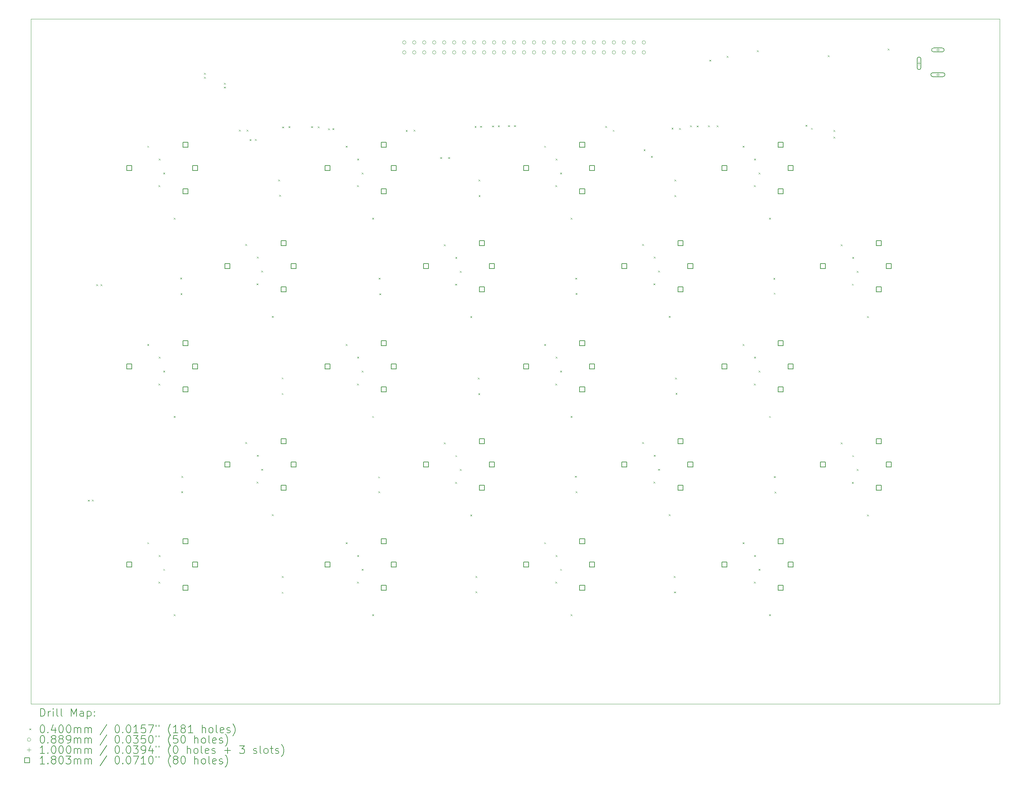
<source format=gbr>
%TF.GenerationSoftware,KiCad,Pcbnew,7.0.2*%
%TF.CreationDate,2023-08-30T10:53:34+01:00*%
%TF.ProjectId,Air quality project,41697220-7175-4616-9c69-74792070726f,rev?*%
%TF.SameCoordinates,Original*%
%TF.FileFunction,Drillmap*%
%TF.FilePolarity,Positive*%
%FSLAX45Y45*%
G04 Gerber Fmt 4.5, Leading zero omitted, Abs format (unit mm)*
G04 Created by KiCad (PCBNEW 7.0.2) date 2023-08-30 10:53:34*
%MOMM*%
%LPD*%
G01*
G04 APERTURE LIST*
%ADD10C,0.100000*%
%ADD11C,0.200000*%
%ADD12C,0.040000*%
%ADD13C,0.088900*%
%ADD14C,0.180340*%
G04 APERTURE END LIST*
D10*
X2000000Y-2000000D02*
X26650000Y-2000000D01*
X26650000Y-19450000D01*
X2000000Y-19450000D01*
X2000000Y-2000000D01*
D11*
D12*
X3448000Y-14250000D02*
X3488000Y-14290000D01*
X3488000Y-14250000D02*
X3448000Y-14290000D01*
X3547699Y-14242924D02*
X3587699Y-14282924D01*
X3587699Y-14242924D02*
X3547699Y-14282924D01*
X3658000Y-8756000D02*
X3698000Y-8796000D01*
X3698000Y-8756000D02*
X3658000Y-8796000D01*
X3772000Y-8757000D02*
X3812000Y-8797000D01*
X3812000Y-8757000D02*
X3772000Y-8797000D01*
X4959000Y-5233000D02*
X4999000Y-5273000D01*
X4999000Y-5233000D02*
X4959000Y-5273000D01*
X4959000Y-10283000D02*
X4999000Y-10323000D01*
X4999000Y-10283000D02*
X4959000Y-10323000D01*
X4959000Y-15333000D02*
X4999000Y-15373000D01*
X4999000Y-15333000D02*
X4959000Y-15373000D01*
X5245000Y-6238000D02*
X5285000Y-6278000D01*
X5285000Y-6238000D02*
X5245000Y-6278000D01*
X5245000Y-11288000D02*
X5285000Y-11328000D01*
X5285000Y-11288000D02*
X5245000Y-11328000D01*
X5245000Y-16338000D02*
X5285000Y-16378000D01*
X5285000Y-16338000D02*
X5245000Y-16378000D01*
X5252000Y-5557000D02*
X5292000Y-5597000D01*
X5292000Y-5557000D02*
X5252000Y-5597000D01*
X5252000Y-10607000D02*
X5292000Y-10647000D01*
X5292000Y-10607000D02*
X5252000Y-10647000D01*
X5252000Y-15657000D02*
X5292000Y-15697000D01*
X5292000Y-15657000D02*
X5252000Y-15697000D01*
X5366505Y-5911505D02*
X5406505Y-5951505D01*
X5406505Y-5911505D02*
X5366505Y-5951505D01*
X5366505Y-10961505D02*
X5406505Y-11001505D01*
X5406505Y-10961505D02*
X5366505Y-11001505D01*
X5366505Y-16011505D02*
X5406505Y-16051505D01*
X5406505Y-16011505D02*
X5366505Y-16051505D01*
X5632600Y-7066600D02*
X5672600Y-7106600D01*
X5672600Y-7066600D02*
X5632600Y-7106600D01*
X5632600Y-12116600D02*
X5672600Y-12156600D01*
X5672600Y-12116600D02*
X5632600Y-12156600D01*
X5632600Y-17166600D02*
X5672600Y-17206600D01*
X5672600Y-17166600D02*
X5632600Y-17206600D01*
X5797000Y-8592000D02*
X5837000Y-8632000D01*
X5837000Y-8592000D02*
X5797000Y-8632000D01*
X5805000Y-8985000D02*
X5845000Y-9025000D01*
X5845000Y-8985000D02*
X5805000Y-9025000D01*
X5823000Y-14034765D02*
X5863000Y-14074765D01*
X5863000Y-14034765D02*
X5823000Y-14074765D01*
X5827000Y-13641765D02*
X5867000Y-13681765D01*
X5867000Y-13641765D02*
X5827000Y-13681765D01*
X6400768Y-3376057D02*
X6440768Y-3416057D01*
X6440768Y-3376057D02*
X6400768Y-3416057D01*
X6402000Y-3476000D02*
X6442000Y-3516000D01*
X6442000Y-3476000D02*
X6402000Y-3516000D01*
X6908000Y-3626000D02*
X6948000Y-3666000D01*
X6948000Y-3626000D02*
X6908000Y-3666000D01*
X6908000Y-3725950D02*
X6948000Y-3765950D01*
X6948000Y-3725950D02*
X6908000Y-3765950D01*
X7289000Y-4824000D02*
X7329000Y-4864000D01*
X7329000Y-4824000D02*
X7289000Y-4864000D01*
X7454469Y-7733765D02*
X7494469Y-7773765D01*
X7494469Y-7733765D02*
X7454469Y-7773765D01*
X7454469Y-12783765D02*
X7494469Y-12823765D01*
X7494469Y-12783765D02*
X7454469Y-12823765D01*
X7488000Y-4822000D02*
X7528000Y-4862000D01*
X7528000Y-4822000D02*
X7488000Y-4862000D01*
X7562000Y-5063000D02*
X7602000Y-5103000D01*
X7602000Y-5063000D02*
X7562000Y-5103000D01*
X7696000Y-5059000D02*
X7736000Y-5099000D01*
X7736000Y-5059000D02*
X7696000Y-5099000D01*
X7740469Y-8738765D02*
X7780469Y-8778765D01*
X7780469Y-8738765D02*
X7740469Y-8778765D01*
X7740469Y-13788765D02*
X7780469Y-13828765D01*
X7780469Y-13788765D02*
X7740469Y-13828765D01*
X7747469Y-8057765D02*
X7787469Y-8097765D01*
X7787469Y-8057765D02*
X7747469Y-8097765D01*
X7747469Y-13107765D02*
X7787469Y-13147765D01*
X7787469Y-13107765D02*
X7747469Y-13147765D01*
X7861974Y-8412270D02*
X7901974Y-8452270D01*
X7901974Y-8412270D02*
X7861974Y-8452270D01*
X7861974Y-13462270D02*
X7901974Y-13502270D01*
X7901974Y-13462270D02*
X7861974Y-13502270D01*
X8128069Y-9567365D02*
X8168069Y-9607365D01*
X8168069Y-9567365D02*
X8128069Y-9607365D01*
X8128069Y-14617365D02*
X8168069Y-14657365D01*
X8168069Y-14617365D02*
X8128069Y-14657365D01*
X8288050Y-6091000D02*
X8328050Y-6131000D01*
X8328050Y-6091000D02*
X8288050Y-6131000D01*
X8316000Y-6484000D02*
X8356000Y-6524000D01*
X8356000Y-6484000D02*
X8316000Y-6524000D01*
X8379000Y-11135000D02*
X8419000Y-11175000D01*
X8419000Y-11135000D02*
X8379000Y-11175000D01*
X8379000Y-11531000D02*
X8419000Y-11571000D01*
X8419000Y-11531000D02*
X8379000Y-11571000D01*
X8379000Y-16595000D02*
X8419000Y-16635000D01*
X8419000Y-16595000D02*
X8379000Y-16635000D01*
X8386000Y-16195000D02*
X8426000Y-16235000D01*
X8426000Y-16195000D02*
X8386000Y-16235000D01*
X8392000Y-4741000D02*
X8432000Y-4781000D01*
X8432000Y-4741000D02*
X8392000Y-4781000D01*
X8551000Y-4733000D02*
X8591000Y-4773000D01*
X8591000Y-4733000D02*
X8551000Y-4773000D01*
X9128000Y-4734000D02*
X9168000Y-4774000D01*
X9168000Y-4734000D02*
X9128000Y-4774000D01*
X9296000Y-4736000D02*
X9336000Y-4776000D01*
X9336000Y-4736000D02*
X9296000Y-4776000D01*
X9561000Y-4790000D02*
X9601000Y-4830000D01*
X9601000Y-4790000D02*
X9561000Y-4830000D01*
X9670481Y-4782979D02*
X9710481Y-4822979D01*
X9710481Y-4782979D02*
X9670481Y-4822979D01*
X10009000Y-5233000D02*
X10049000Y-5273000D01*
X10049000Y-5233000D02*
X10009000Y-5273000D01*
X10009000Y-10283000D02*
X10049000Y-10323000D01*
X10049000Y-10283000D02*
X10009000Y-10323000D01*
X10009000Y-15333000D02*
X10049000Y-15373000D01*
X10049000Y-15333000D02*
X10009000Y-15373000D01*
X10295000Y-6238000D02*
X10335000Y-6278000D01*
X10335000Y-6238000D02*
X10295000Y-6278000D01*
X10295000Y-11288000D02*
X10335000Y-11328000D01*
X10335000Y-11288000D02*
X10295000Y-11328000D01*
X10295000Y-16338000D02*
X10335000Y-16378000D01*
X10335000Y-16338000D02*
X10295000Y-16378000D01*
X10302000Y-5557000D02*
X10342000Y-5597000D01*
X10342000Y-5557000D02*
X10302000Y-5597000D01*
X10302000Y-10607000D02*
X10342000Y-10647000D01*
X10342000Y-10607000D02*
X10302000Y-10647000D01*
X10302000Y-15657000D02*
X10342000Y-15697000D01*
X10342000Y-15657000D02*
X10302000Y-15697000D01*
X10416505Y-5911505D02*
X10456505Y-5951505D01*
X10456505Y-5911505D02*
X10416505Y-5951505D01*
X10416505Y-10961505D02*
X10456505Y-11001505D01*
X10456505Y-10961505D02*
X10416505Y-11001505D01*
X10416505Y-16011505D02*
X10456505Y-16051505D01*
X10456505Y-16011505D02*
X10416505Y-16051505D01*
X10682600Y-7066600D02*
X10722600Y-7106600D01*
X10722600Y-7066600D02*
X10682600Y-7106600D01*
X10682600Y-12116600D02*
X10722600Y-12156600D01*
X10722600Y-12116600D02*
X10682600Y-12156600D01*
X10682600Y-17166600D02*
X10722600Y-17206600D01*
X10722600Y-17166600D02*
X10682600Y-17206600D01*
X10836000Y-13658000D02*
X10876000Y-13698000D01*
X10876000Y-13658000D02*
X10836000Y-13698000D01*
X10837000Y-14035000D02*
X10877000Y-14075000D01*
X10877000Y-14035000D02*
X10837000Y-14075000D01*
X10847000Y-8595000D02*
X10887000Y-8635000D01*
X10887000Y-8595000D02*
X10847000Y-8635000D01*
X10863000Y-8992000D02*
X10903000Y-9032000D01*
X10903000Y-8992000D02*
X10863000Y-9032000D01*
X11537000Y-4830000D02*
X11577000Y-4870000D01*
X11577000Y-4830000D02*
X11537000Y-4870000D01*
X11737000Y-4822000D02*
X11777000Y-4862000D01*
X11777000Y-4822000D02*
X11737000Y-4862000D01*
X12412000Y-5521000D02*
X12452000Y-5561000D01*
X12452000Y-5521000D02*
X12412000Y-5561000D01*
X12505969Y-7740500D02*
X12545969Y-7780500D01*
X12545969Y-7740500D02*
X12505969Y-7780500D01*
X12505969Y-12790500D02*
X12545969Y-12830500D01*
X12545969Y-12790500D02*
X12505969Y-12830500D01*
X12620000Y-5521000D02*
X12660000Y-5561000D01*
X12660000Y-5521000D02*
X12620000Y-5561000D01*
X12791969Y-8745500D02*
X12831969Y-8785500D01*
X12831969Y-8745500D02*
X12791969Y-8785500D01*
X12791969Y-13795500D02*
X12831969Y-13835500D01*
X12831969Y-13795500D02*
X12791969Y-13835500D01*
X12798969Y-8064500D02*
X12838969Y-8104500D01*
X12838969Y-8064500D02*
X12798969Y-8104500D01*
X12798969Y-13114500D02*
X12838969Y-13154500D01*
X12838969Y-13114500D02*
X12798969Y-13154500D01*
X12913474Y-8419005D02*
X12953474Y-8459005D01*
X12953474Y-8419005D02*
X12913474Y-8459005D01*
X12913474Y-13469005D02*
X12953474Y-13509005D01*
X12953474Y-13469005D02*
X12913474Y-13509005D01*
X13179569Y-9574100D02*
X13219569Y-9614100D01*
X13219569Y-9574100D02*
X13179569Y-9614100D01*
X13179569Y-14624100D02*
X13219569Y-14664100D01*
X13219569Y-14624100D02*
X13179569Y-14664100D01*
X13290000Y-4727000D02*
X13330000Y-4767000D01*
X13330000Y-4727000D02*
X13290000Y-4767000D01*
X13310000Y-16584000D02*
X13350000Y-16624000D01*
X13350000Y-16584000D02*
X13310000Y-16624000D01*
X13312000Y-16191000D02*
X13352000Y-16231000D01*
X13352000Y-16191000D02*
X13312000Y-16231000D01*
X13372000Y-11141000D02*
X13412000Y-11181000D01*
X13412000Y-11141000D02*
X13372000Y-11181000D01*
X13383000Y-11534000D02*
X13423000Y-11574000D01*
X13423000Y-11534000D02*
X13383000Y-11574000D01*
X13389000Y-6094000D02*
X13429000Y-6134000D01*
X13429000Y-6094000D02*
X13389000Y-6134000D01*
X13393000Y-6490000D02*
X13433000Y-6530000D01*
X13433000Y-6490000D02*
X13393000Y-6530000D01*
X13431000Y-4725000D02*
X13471000Y-4765000D01*
X13471000Y-4725000D02*
X13431000Y-4765000D01*
X13732000Y-4717000D02*
X13772000Y-4757000D01*
X13772000Y-4717000D02*
X13732000Y-4757000D01*
X13884000Y-4710000D02*
X13924000Y-4750000D01*
X13924000Y-4710000D02*
X13884000Y-4750000D01*
X14139000Y-4707000D02*
X14179000Y-4747000D01*
X14179000Y-4707000D02*
X14139000Y-4747000D01*
X14296000Y-4707000D02*
X14336000Y-4747000D01*
X14336000Y-4707000D02*
X14296000Y-4747000D01*
X15059000Y-5233000D02*
X15099000Y-5273000D01*
X15099000Y-5233000D02*
X15059000Y-5273000D01*
X15059000Y-10283000D02*
X15099000Y-10323000D01*
X15099000Y-10283000D02*
X15059000Y-10323000D01*
X15059000Y-15333000D02*
X15099000Y-15373000D01*
X15099000Y-15333000D02*
X15059000Y-15373000D01*
X15345000Y-6238000D02*
X15385000Y-6278000D01*
X15385000Y-6238000D02*
X15345000Y-6278000D01*
X15345000Y-11288000D02*
X15385000Y-11328000D01*
X15385000Y-11288000D02*
X15345000Y-11328000D01*
X15345000Y-16338000D02*
X15385000Y-16378000D01*
X15385000Y-16338000D02*
X15345000Y-16378000D01*
X15352000Y-5557000D02*
X15392000Y-5597000D01*
X15392000Y-5557000D02*
X15352000Y-5597000D01*
X15352000Y-10607000D02*
X15392000Y-10647000D01*
X15392000Y-10607000D02*
X15352000Y-10647000D01*
X15352000Y-15657000D02*
X15392000Y-15697000D01*
X15392000Y-15657000D02*
X15352000Y-15697000D01*
X15466505Y-5911505D02*
X15506505Y-5951505D01*
X15506505Y-5911505D02*
X15466505Y-5951505D01*
X15466505Y-10961505D02*
X15506505Y-11001505D01*
X15506505Y-10961505D02*
X15466505Y-11001505D01*
X15466505Y-16011505D02*
X15506505Y-16051505D01*
X15506505Y-16011505D02*
X15466505Y-16051505D01*
X15732600Y-7066600D02*
X15772600Y-7106600D01*
X15772600Y-7066600D02*
X15732600Y-7106600D01*
X15732600Y-12116600D02*
X15772600Y-12156600D01*
X15772600Y-12116600D02*
X15732600Y-12156600D01*
X15732600Y-17166600D02*
X15772600Y-17206600D01*
X15772600Y-17166600D02*
X15732600Y-17206600D01*
X15842000Y-13640000D02*
X15882000Y-13680000D01*
X15882000Y-13640000D02*
X15842000Y-13680000D01*
X15854000Y-8594000D02*
X15894000Y-8634000D01*
X15894000Y-8594000D02*
X15854000Y-8634000D01*
X15860000Y-14035000D02*
X15900000Y-14075000D01*
X15900000Y-14035000D02*
X15860000Y-14075000D01*
X15861000Y-8983000D02*
X15901000Y-9023000D01*
X15901000Y-8983000D02*
X15861000Y-9023000D01*
X16612000Y-4726000D02*
X16652000Y-4766000D01*
X16652000Y-4726000D02*
X16612000Y-4766000D01*
X16803000Y-4826000D02*
X16843000Y-4866000D01*
X16843000Y-4826000D02*
X16803000Y-4866000D01*
X17554470Y-7733765D02*
X17594470Y-7773765D01*
X17594470Y-7733765D02*
X17554470Y-7773765D01*
X17554470Y-12783765D02*
X17594470Y-12823765D01*
X17594470Y-12783765D02*
X17554470Y-12823765D01*
X17592000Y-5320000D02*
X17632000Y-5360000D01*
X17632000Y-5320000D02*
X17592000Y-5360000D01*
X17777000Y-5492000D02*
X17817000Y-5532000D01*
X17817000Y-5492000D02*
X17777000Y-5532000D01*
X17840470Y-8738765D02*
X17880470Y-8778765D01*
X17880470Y-8738765D02*
X17840470Y-8778765D01*
X17840470Y-13788765D02*
X17880470Y-13828765D01*
X17880470Y-13788765D02*
X17840470Y-13828765D01*
X17847470Y-8057765D02*
X17887470Y-8097765D01*
X17887470Y-8057765D02*
X17847470Y-8097765D01*
X17847470Y-13107765D02*
X17887470Y-13147765D01*
X17887470Y-13107765D02*
X17847470Y-13147765D01*
X17961974Y-8412270D02*
X18001974Y-8452270D01*
X18001974Y-8412270D02*
X17961974Y-8452270D01*
X17961974Y-13462270D02*
X18001974Y-13502270D01*
X18001974Y-13462270D02*
X17961974Y-13502270D01*
X18228070Y-9567365D02*
X18268070Y-9607365D01*
X18268070Y-9567365D02*
X18228070Y-9607365D01*
X18228070Y-14617365D02*
X18268070Y-14657365D01*
X18268070Y-14617365D02*
X18228070Y-14657365D01*
X18303000Y-4772000D02*
X18343000Y-4812000D01*
X18343000Y-4772000D02*
X18303000Y-4812000D01*
X18357000Y-16191000D02*
X18397000Y-16231000D01*
X18397000Y-16191000D02*
X18357000Y-16231000D01*
X18363000Y-16586000D02*
X18403000Y-16626000D01*
X18403000Y-16586000D02*
X18363000Y-16626000D01*
X18372000Y-6095000D02*
X18412000Y-6135000D01*
X18412000Y-6095000D02*
X18372000Y-6135000D01*
X18375000Y-6487000D02*
X18415000Y-6527000D01*
X18415000Y-6487000D02*
X18375000Y-6527000D01*
X18391000Y-11141000D02*
X18431000Y-11181000D01*
X18431000Y-11141000D02*
X18391000Y-11181000D01*
X18404000Y-11528000D02*
X18444000Y-11568000D01*
X18444000Y-11528000D02*
X18404000Y-11568000D01*
X18495000Y-4779000D02*
X18535000Y-4819000D01*
X18535000Y-4779000D02*
X18495000Y-4819000D01*
X18773000Y-4713000D02*
X18813000Y-4753000D01*
X18813000Y-4713000D02*
X18773000Y-4753000D01*
X18943000Y-4716000D02*
X18983000Y-4756000D01*
X18983000Y-4716000D02*
X18943000Y-4756000D01*
X19231000Y-4709000D02*
X19271000Y-4749000D01*
X19271000Y-4709000D02*
X19231000Y-4749000D01*
X19261000Y-3040000D02*
X19301000Y-3080000D01*
X19301000Y-3040000D02*
X19261000Y-3080000D01*
X19450000Y-4709000D02*
X19490000Y-4749000D01*
X19490000Y-4709000D02*
X19450000Y-4749000D01*
X19702000Y-2943000D02*
X19742000Y-2983000D01*
X19742000Y-2943000D02*
X19702000Y-2983000D01*
X20109000Y-5233000D02*
X20149000Y-5273000D01*
X20149000Y-5233000D02*
X20109000Y-5273000D01*
X20109000Y-10283000D02*
X20149000Y-10323000D01*
X20149000Y-10283000D02*
X20109000Y-10323000D01*
X20109000Y-15333000D02*
X20149000Y-15373000D01*
X20149000Y-15333000D02*
X20109000Y-15373000D01*
X20395000Y-6238000D02*
X20435000Y-6278000D01*
X20435000Y-6238000D02*
X20395000Y-6278000D01*
X20395000Y-11288000D02*
X20435000Y-11328000D01*
X20435000Y-11288000D02*
X20395000Y-11328000D01*
X20395000Y-16338000D02*
X20435000Y-16378000D01*
X20435000Y-16338000D02*
X20395000Y-16378000D01*
X20402000Y-5557000D02*
X20442000Y-5597000D01*
X20442000Y-5557000D02*
X20402000Y-5597000D01*
X20402000Y-10607000D02*
X20442000Y-10647000D01*
X20442000Y-10607000D02*
X20402000Y-10647000D01*
X20402000Y-15657000D02*
X20442000Y-15697000D01*
X20442000Y-15657000D02*
X20402000Y-15697000D01*
X20477000Y-2801000D02*
X20517000Y-2841000D01*
X20517000Y-2801000D02*
X20477000Y-2841000D01*
X20516505Y-5911505D02*
X20556505Y-5951505D01*
X20556505Y-5911505D02*
X20516505Y-5951505D01*
X20516505Y-10961505D02*
X20556505Y-11001505D01*
X20556505Y-10961505D02*
X20516505Y-11001505D01*
X20516505Y-16011505D02*
X20556505Y-16051505D01*
X20556505Y-16011505D02*
X20516505Y-16051505D01*
X20782600Y-7066600D02*
X20822600Y-7106600D01*
X20822600Y-7066600D02*
X20782600Y-7106600D01*
X20782600Y-12116600D02*
X20822600Y-12156600D01*
X20822600Y-12116600D02*
X20782600Y-12156600D01*
X20782600Y-17166600D02*
X20822600Y-17206600D01*
X20822600Y-17166600D02*
X20782600Y-17206600D01*
X20892500Y-8598500D02*
X20932500Y-8638500D01*
X20932500Y-8598500D02*
X20892500Y-8638500D01*
X20901000Y-8976000D02*
X20941000Y-9016000D01*
X20941000Y-8976000D02*
X20901000Y-9016000D01*
X20903000Y-13649000D02*
X20943000Y-13689000D01*
X20943000Y-13649000D02*
X20903000Y-13689000D01*
X20922500Y-14041500D02*
X20962500Y-14081500D01*
X20962500Y-14041500D02*
X20922500Y-14081500D01*
X21713000Y-4700000D02*
X21753000Y-4740000D01*
X21753000Y-4700000D02*
X21713000Y-4740000D01*
X21851000Y-4776000D02*
X21891000Y-4816000D01*
X21891000Y-4776000D02*
X21851000Y-4816000D01*
X22275000Y-2923000D02*
X22315000Y-2963000D01*
X22315000Y-2923000D02*
X22275000Y-2963000D01*
X22419000Y-4828000D02*
X22459000Y-4868000D01*
X22459000Y-4828000D02*
X22419000Y-4868000D01*
X22420500Y-4997500D02*
X22460500Y-5037500D01*
X22460500Y-4997500D02*
X22420500Y-5037500D01*
X22605969Y-7740500D02*
X22645969Y-7780500D01*
X22645969Y-7740500D02*
X22605969Y-7780500D01*
X22605969Y-12790500D02*
X22645969Y-12830500D01*
X22645969Y-12790500D02*
X22605969Y-12830500D01*
X22891969Y-8745500D02*
X22931969Y-8785500D01*
X22931969Y-8745500D02*
X22891969Y-8785500D01*
X22891969Y-13795500D02*
X22931969Y-13835500D01*
X22931969Y-13795500D02*
X22891969Y-13835500D01*
X22898969Y-8064500D02*
X22938969Y-8104500D01*
X22938969Y-8064500D02*
X22898969Y-8104500D01*
X22898969Y-13114500D02*
X22938969Y-13154500D01*
X22938969Y-13114500D02*
X22898969Y-13154500D01*
X23013474Y-8419005D02*
X23053474Y-8459005D01*
X23053474Y-8419005D02*
X23013474Y-8459005D01*
X23013474Y-13469005D02*
X23053474Y-13509005D01*
X23053474Y-13469005D02*
X23013474Y-13509005D01*
X23279569Y-9574100D02*
X23319569Y-9614100D01*
X23319569Y-9574100D02*
X23279569Y-9614100D01*
X23279569Y-14624100D02*
X23319569Y-14664100D01*
X23319569Y-14624100D02*
X23279569Y-14664100D01*
X23802000Y-2758000D02*
X23842000Y-2798000D01*
X23842000Y-2758000D02*
X23802000Y-2798000D01*
D13*
X11544450Y-2600000D02*
G75*
G03*
X11544450Y-2600000I-44450J0D01*
G01*
X11544450Y-2854000D02*
G75*
G03*
X11544450Y-2854000I-44450J0D01*
G01*
X11798450Y-2600000D02*
G75*
G03*
X11798450Y-2600000I-44450J0D01*
G01*
X11798450Y-2854000D02*
G75*
G03*
X11798450Y-2854000I-44450J0D01*
G01*
X12052450Y-2600000D02*
G75*
G03*
X12052450Y-2600000I-44450J0D01*
G01*
X12052450Y-2854000D02*
G75*
G03*
X12052450Y-2854000I-44450J0D01*
G01*
X12306450Y-2600000D02*
G75*
G03*
X12306450Y-2600000I-44450J0D01*
G01*
X12306450Y-2854000D02*
G75*
G03*
X12306450Y-2854000I-44450J0D01*
G01*
X12560450Y-2600000D02*
G75*
G03*
X12560450Y-2600000I-44450J0D01*
G01*
X12560450Y-2854000D02*
G75*
G03*
X12560450Y-2854000I-44450J0D01*
G01*
X12814450Y-2600000D02*
G75*
G03*
X12814450Y-2600000I-44450J0D01*
G01*
X12814450Y-2854000D02*
G75*
G03*
X12814450Y-2854000I-44450J0D01*
G01*
X13068450Y-2600000D02*
G75*
G03*
X13068450Y-2600000I-44450J0D01*
G01*
X13068450Y-2854000D02*
G75*
G03*
X13068450Y-2854000I-44450J0D01*
G01*
X13322450Y-2600000D02*
G75*
G03*
X13322450Y-2600000I-44450J0D01*
G01*
X13322450Y-2854000D02*
G75*
G03*
X13322450Y-2854000I-44450J0D01*
G01*
X13576450Y-2600000D02*
G75*
G03*
X13576450Y-2600000I-44450J0D01*
G01*
X13576450Y-2854000D02*
G75*
G03*
X13576450Y-2854000I-44450J0D01*
G01*
X13830450Y-2600000D02*
G75*
G03*
X13830450Y-2600000I-44450J0D01*
G01*
X13830450Y-2854000D02*
G75*
G03*
X13830450Y-2854000I-44450J0D01*
G01*
X14084450Y-2600000D02*
G75*
G03*
X14084450Y-2600000I-44450J0D01*
G01*
X14084450Y-2854000D02*
G75*
G03*
X14084450Y-2854000I-44450J0D01*
G01*
X14338450Y-2600000D02*
G75*
G03*
X14338450Y-2600000I-44450J0D01*
G01*
X14338450Y-2854000D02*
G75*
G03*
X14338450Y-2854000I-44450J0D01*
G01*
X14592450Y-2600000D02*
G75*
G03*
X14592450Y-2600000I-44450J0D01*
G01*
X14592450Y-2854000D02*
G75*
G03*
X14592450Y-2854000I-44450J0D01*
G01*
X14846450Y-2600000D02*
G75*
G03*
X14846450Y-2600000I-44450J0D01*
G01*
X14846450Y-2854000D02*
G75*
G03*
X14846450Y-2854000I-44450J0D01*
G01*
X15100450Y-2600000D02*
G75*
G03*
X15100450Y-2600000I-44450J0D01*
G01*
X15100450Y-2854000D02*
G75*
G03*
X15100450Y-2854000I-44450J0D01*
G01*
X15354450Y-2600000D02*
G75*
G03*
X15354450Y-2600000I-44450J0D01*
G01*
X15354450Y-2854000D02*
G75*
G03*
X15354450Y-2854000I-44450J0D01*
G01*
X15608450Y-2600000D02*
G75*
G03*
X15608450Y-2600000I-44450J0D01*
G01*
X15608450Y-2854000D02*
G75*
G03*
X15608450Y-2854000I-44450J0D01*
G01*
X15862450Y-2600000D02*
G75*
G03*
X15862450Y-2600000I-44450J0D01*
G01*
X15862450Y-2854000D02*
G75*
G03*
X15862450Y-2854000I-44450J0D01*
G01*
X16116450Y-2600000D02*
G75*
G03*
X16116450Y-2600000I-44450J0D01*
G01*
X16116450Y-2854000D02*
G75*
G03*
X16116450Y-2854000I-44450J0D01*
G01*
X16370450Y-2600000D02*
G75*
G03*
X16370450Y-2600000I-44450J0D01*
G01*
X16370450Y-2854000D02*
G75*
G03*
X16370450Y-2854000I-44450J0D01*
G01*
X16624450Y-2600000D02*
G75*
G03*
X16624450Y-2600000I-44450J0D01*
G01*
X16624450Y-2854000D02*
G75*
G03*
X16624450Y-2854000I-44450J0D01*
G01*
X16878450Y-2600000D02*
G75*
G03*
X16878450Y-2600000I-44450J0D01*
G01*
X16878450Y-2854000D02*
G75*
G03*
X16878450Y-2854000I-44450J0D01*
G01*
X17132450Y-2600000D02*
G75*
G03*
X17132450Y-2600000I-44450J0D01*
G01*
X17132450Y-2854000D02*
G75*
G03*
X17132450Y-2854000I-44450J0D01*
G01*
X17386450Y-2600000D02*
G75*
G03*
X17386450Y-2600000I-44450J0D01*
G01*
X17386450Y-2854000D02*
G75*
G03*
X17386450Y-2854000I-44450J0D01*
G01*
X17640450Y-2600000D02*
G75*
G03*
X17640450Y-2600000I-44450J0D01*
G01*
X17640450Y-2854000D02*
G75*
G03*
X17640450Y-2854000I-44450J0D01*
G01*
D10*
X24600000Y-3081000D02*
X24600000Y-3181000D01*
X24550000Y-3131000D02*
X24650000Y-3131000D01*
D11*
X24650000Y-3241000D02*
X24650000Y-3021000D01*
X24650000Y-3021000D02*
G75*
G03*
X24550000Y-3021000I-50000J0D01*
G01*
X24550000Y-3021000D02*
X24550000Y-3241000D01*
X24550000Y-3241000D02*
G75*
G03*
X24650000Y-3241000I50000J0D01*
G01*
D10*
X25080000Y-2741000D02*
X25080000Y-2841000D01*
X25030000Y-2791000D02*
X25130000Y-2791000D01*
D11*
X25190000Y-2741000D02*
X24970000Y-2741000D01*
X24970000Y-2741000D02*
G75*
G03*
X24970000Y-2841000I0J-50000D01*
G01*
X24970000Y-2841000D02*
X25190000Y-2841000D01*
X25190000Y-2841000D02*
G75*
G03*
X25190000Y-2741000I0J50000D01*
G01*
D10*
X25080000Y-3371000D02*
X25080000Y-3471000D01*
X25030000Y-3421000D02*
X25130000Y-3421000D01*
D11*
X25210000Y-3371000D02*
X24950000Y-3371000D01*
X24950000Y-3371000D02*
G75*
G03*
X24950000Y-3471000I0J-50000D01*
G01*
X24950000Y-3471000D02*
X25210000Y-3471000D01*
X25210000Y-3471000D02*
G75*
G03*
X25210000Y-3371000I0J50000D01*
G01*
D14*
X4563760Y-5863760D02*
X4563760Y-5736240D01*
X4436240Y-5736240D01*
X4436240Y-5863760D01*
X4563760Y-5863760D01*
X4563760Y-10913761D02*
X4563760Y-10786240D01*
X4436240Y-10786240D01*
X4436240Y-10913761D01*
X4563760Y-10913761D01*
X4563760Y-15963760D02*
X4563760Y-15836240D01*
X4436240Y-15836240D01*
X4436240Y-15963760D01*
X4563760Y-15963760D01*
X5991760Y-5273761D02*
X5991760Y-5146240D01*
X5864240Y-5146240D01*
X5864240Y-5273761D01*
X5991760Y-5273761D01*
X5991760Y-6453760D02*
X5991760Y-6326240D01*
X5864240Y-6326240D01*
X5864240Y-6453760D01*
X5991760Y-6453760D01*
X5991760Y-10323761D02*
X5991760Y-10196240D01*
X5864240Y-10196240D01*
X5864240Y-10323761D01*
X5991760Y-10323761D01*
X5991760Y-11503760D02*
X5991760Y-11376240D01*
X5864240Y-11376240D01*
X5864240Y-11503760D01*
X5991760Y-11503760D01*
X5991760Y-15373760D02*
X5991760Y-15246240D01*
X5864240Y-15246240D01*
X5864240Y-15373760D01*
X5991760Y-15373760D01*
X5991760Y-16553760D02*
X5991760Y-16426240D01*
X5864240Y-16426240D01*
X5864240Y-16553760D01*
X5991760Y-16553760D01*
X6243760Y-5863760D02*
X6243760Y-5736240D01*
X6116240Y-5736240D01*
X6116240Y-5863760D01*
X6243760Y-5863760D01*
X6243760Y-10913761D02*
X6243760Y-10786240D01*
X6116240Y-10786240D01*
X6116240Y-10913761D01*
X6243760Y-10913761D01*
X6243760Y-15963760D02*
X6243760Y-15836240D01*
X6116240Y-15836240D01*
X6116240Y-15963760D01*
X6243760Y-15963760D01*
X7063760Y-8363760D02*
X7063760Y-8236240D01*
X6936240Y-8236240D01*
X6936240Y-8363760D01*
X7063760Y-8363760D01*
X7063760Y-13413760D02*
X7063760Y-13286240D01*
X6936240Y-13286240D01*
X6936240Y-13413760D01*
X7063760Y-13413760D01*
X8491760Y-7773760D02*
X8491760Y-7646240D01*
X8364240Y-7646240D01*
X8364240Y-7773760D01*
X8491760Y-7773760D01*
X8491760Y-8953761D02*
X8491760Y-8826240D01*
X8364240Y-8826240D01*
X8364240Y-8953761D01*
X8491760Y-8953761D01*
X8491760Y-12823760D02*
X8491760Y-12696240D01*
X8364240Y-12696240D01*
X8364240Y-12823760D01*
X8491760Y-12823760D01*
X8491760Y-14003760D02*
X8491760Y-13876240D01*
X8364240Y-13876240D01*
X8364240Y-14003760D01*
X8491760Y-14003760D01*
X8743760Y-8363760D02*
X8743760Y-8236240D01*
X8616240Y-8236240D01*
X8616240Y-8363760D01*
X8743760Y-8363760D01*
X8743760Y-13413760D02*
X8743760Y-13286240D01*
X8616240Y-13286240D01*
X8616240Y-13413760D01*
X8743760Y-13413760D01*
X9613760Y-5863760D02*
X9613760Y-5736240D01*
X9486240Y-5736240D01*
X9486240Y-5863760D01*
X9613760Y-5863760D01*
X9613760Y-10913761D02*
X9613760Y-10786240D01*
X9486240Y-10786240D01*
X9486240Y-10913761D01*
X9613760Y-10913761D01*
X9613760Y-15963760D02*
X9613760Y-15836240D01*
X9486240Y-15836240D01*
X9486240Y-15963760D01*
X9613760Y-15963760D01*
X11041760Y-5273761D02*
X11041760Y-5146240D01*
X10914240Y-5146240D01*
X10914240Y-5273761D01*
X11041760Y-5273761D01*
X11041760Y-6453760D02*
X11041760Y-6326240D01*
X10914240Y-6326240D01*
X10914240Y-6453760D01*
X11041760Y-6453760D01*
X11041760Y-10323761D02*
X11041760Y-10196240D01*
X10914240Y-10196240D01*
X10914240Y-10323761D01*
X11041760Y-10323761D01*
X11041760Y-11503760D02*
X11041760Y-11376240D01*
X10914240Y-11376240D01*
X10914240Y-11503760D01*
X11041760Y-11503760D01*
X11041760Y-15373760D02*
X11041760Y-15246240D01*
X10914240Y-15246240D01*
X10914240Y-15373760D01*
X11041760Y-15373760D01*
X11041760Y-16553760D02*
X11041760Y-16426240D01*
X10914240Y-16426240D01*
X10914240Y-16553760D01*
X11041760Y-16553760D01*
X11293760Y-5863760D02*
X11293760Y-5736240D01*
X11166240Y-5736240D01*
X11166240Y-5863760D01*
X11293760Y-5863760D01*
X11293760Y-10913761D02*
X11293760Y-10786240D01*
X11166240Y-10786240D01*
X11166240Y-10913761D01*
X11293760Y-10913761D01*
X11293760Y-15963760D02*
X11293760Y-15836240D01*
X11166240Y-15836240D01*
X11166240Y-15963760D01*
X11293760Y-15963760D01*
X12113760Y-8363760D02*
X12113760Y-8236240D01*
X11986240Y-8236240D01*
X11986240Y-8363760D01*
X12113760Y-8363760D01*
X12113760Y-13413760D02*
X12113760Y-13286240D01*
X11986240Y-13286240D01*
X11986240Y-13413760D01*
X12113760Y-13413760D01*
X13541760Y-7773760D02*
X13541760Y-7646240D01*
X13414240Y-7646240D01*
X13414240Y-7773760D01*
X13541760Y-7773760D01*
X13541760Y-8953761D02*
X13541760Y-8826240D01*
X13414240Y-8826240D01*
X13414240Y-8953761D01*
X13541760Y-8953761D01*
X13541760Y-12823760D02*
X13541760Y-12696240D01*
X13414240Y-12696240D01*
X13414240Y-12823760D01*
X13541760Y-12823760D01*
X13541760Y-14003760D02*
X13541760Y-13876240D01*
X13414240Y-13876240D01*
X13414240Y-14003760D01*
X13541760Y-14003760D01*
X13793760Y-8363760D02*
X13793760Y-8236240D01*
X13666240Y-8236240D01*
X13666240Y-8363760D01*
X13793760Y-8363760D01*
X13793760Y-13413760D02*
X13793760Y-13286240D01*
X13666240Y-13286240D01*
X13666240Y-13413760D01*
X13793760Y-13413760D01*
X14663760Y-5863760D02*
X14663760Y-5736240D01*
X14536240Y-5736240D01*
X14536240Y-5863760D01*
X14663760Y-5863760D01*
X14663760Y-10913761D02*
X14663760Y-10786240D01*
X14536240Y-10786240D01*
X14536240Y-10913761D01*
X14663760Y-10913761D01*
X14663760Y-15963760D02*
X14663760Y-15836240D01*
X14536240Y-15836240D01*
X14536240Y-15963760D01*
X14663760Y-15963760D01*
X16091760Y-5273761D02*
X16091760Y-5146240D01*
X15964240Y-5146240D01*
X15964240Y-5273761D01*
X16091760Y-5273761D01*
X16091760Y-6453760D02*
X16091760Y-6326240D01*
X15964240Y-6326240D01*
X15964240Y-6453760D01*
X16091760Y-6453760D01*
X16091760Y-10323761D02*
X16091760Y-10196240D01*
X15964240Y-10196240D01*
X15964240Y-10323761D01*
X16091760Y-10323761D01*
X16091760Y-11503760D02*
X16091760Y-11376240D01*
X15964240Y-11376240D01*
X15964240Y-11503760D01*
X16091760Y-11503760D01*
X16091760Y-15373760D02*
X16091760Y-15246240D01*
X15964240Y-15246240D01*
X15964240Y-15373760D01*
X16091760Y-15373760D01*
X16091760Y-16553760D02*
X16091760Y-16426240D01*
X15964240Y-16426240D01*
X15964240Y-16553760D01*
X16091760Y-16553760D01*
X16343760Y-5863760D02*
X16343760Y-5736240D01*
X16216240Y-5736240D01*
X16216240Y-5863760D01*
X16343760Y-5863760D01*
X16343760Y-10913761D02*
X16343760Y-10786240D01*
X16216240Y-10786240D01*
X16216240Y-10913761D01*
X16343760Y-10913761D01*
X16343760Y-15963760D02*
X16343760Y-15836240D01*
X16216240Y-15836240D01*
X16216240Y-15963760D01*
X16343760Y-15963760D01*
X17163760Y-8363760D02*
X17163760Y-8236240D01*
X17036240Y-8236240D01*
X17036240Y-8363760D01*
X17163760Y-8363760D01*
X17163760Y-13413760D02*
X17163760Y-13286240D01*
X17036240Y-13286240D01*
X17036240Y-13413760D01*
X17163760Y-13413760D01*
X18591760Y-7773760D02*
X18591760Y-7646240D01*
X18464240Y-7646240D01*
X18464240Y-7773760D01*
X18591760Y-7773760D01*
X18591760Y-8953761D02*
X18591760Y-8826240D01*
X18464240Y-8826240D01*
X18464240Y-8953761D01*
X18591760Y-8953761D01*
X18591760Y-12823760D02*
X18591760Y-12696240D01*
X18464240Y-12696240D01*
X18464240Y-12823760D01*
X18591760Y-12823760D01*
X18591760Y-14003760D02*
X18591760Y-13876240D01*
X18464240Y-13876240D01*
X18464240Y-14003760D01*
X18591760Y-14003760D01*
X18843760Y-8363760D02*
X18843760Y-8236240D01*
X18716240Y-8236240D01*
X18716240Y-8363760D01*
X18843760Y-8363760D01*
X18843760Y-13413760D02*
X18843760Y-13286240D01*
X18716240Y-13286240D01*
X18716240Y-13413760D01*
X18843760Y-13413760D01*
X19713760Y-5863760D02*
X19713760Y-5736240D01*
X19586240Y-5736240D01*
X19586240Y-5863760D01*
X19713760Y-5863760D01*
X19713760Y-10913761D02*
X19713760Y-10786240D01*
X19586240Y-10786240D01*
X19586240Y-10913761D01*
X19713760Y-10913761D01*
X19713760Y-15963760D02*
X19713760Y-15836240D01*
X19586240Y-15836240D01*
X19586240Y-15963760D01*
X19713760Y-15963760D01*
X21141760Y-5273761D02*
X21141760Y-5146240D01*
X21014240Y-5146240D01*
X21014240Y-5273761D01*
X21141760Y-5273761D01*
X21141760Y-6453760D02*
X21141760Y-6326240D01*
X21014240Y-6326240D01*
X21014240Y-6453760D01*
X21141760Y-6453760D01*
X21141760Y-10323761D02*
X21141760Y-10196240D01*
X21014240Y-10196240D01*
X21014240Y-10323761D01*
X21141760Y-10323761D01*
X21141760Y-11503760D02*
X21141760Y-11376240D01*
X21014240Y-11376240D01*
X21014240Y-11503760D01*
X21141760Y-11503760D01*
X21141760Y-15373760D02*
X21141760Y-15246240D01*
X21014240Y-15246240D01*
X21014240Y-15373760D01*
X21141760Y-15373760D01*
X21141760Y-16553760D02*
X21141760Y-16426240D01*
X21014240Y-16426240D01*
X21014240Y-16553760D01*
X21141760Y-16553760D01*
X21393760Y-5863760D02*
X21393760Y-5736240D01*
X21266240Y-5736240D01*
X21266240Y-5863760D01*
X21393760Y-5863760D01*
X21393760Y-10913761D02*
X21393760Y-10786240D01*
X21266240Y-10786240D01*
X21266240Y-10913761D01*
X21393760Y-10913761D01*
X21393760Y-15963760D02*
X21393760Y-15836240D01*
X21266240Y-15836240D01*
X21266240Y-15963760D01*
X21393760Y-15963760D01*
X22213760Y-8363760D02*
X22213760Y-8236240D01*
X22086240Y-8236240D01*
X22086240Y-8363760D01*
X22213760Y-8363760D01*
X22213760Y-13413760D02*
X22213760Y-13286240D01*
X22086240Y-13286240D01*
X22086240Y-13413760D01*
X22213760Y-13413760D01*
X23641760Y-7773760D02*
X23641760Y-7646240D01*
X23514240Y-7646240D01*
X23514240Y-7773760D01*
X23641760Y-7773760D01*
X23641760Y-8953761D02*
X23641760Y-8826240D01*
X23514240Y-8826240D01*
X23514240Y-8953761D01*
X23641760Y-8953761D01*
X23641760Y-12823760D02*
X23641760Y-12696240D01*
X23514240Y-12696240D01*
X23514240Y-12823760D01*
X23641760Y-12823760D01*
X23641760Y-14003760D02*
X23641760Y-13876240D01*
X23514240Y-13876240D01*
X23514240Y-14003760D01*
X23641760Y-14003760D01*
X23893760Y-8363760D02*
X23893760Y-8236240D01*
X23766240Y-8236240D01*
X23766240Y-8363760D01*
X23893760Y-8363760D01*
X23893760Y-13413760D02*
X23893760Y-13286240D01*
X23766240Y-13286240D01*
X23766240Y-13413760D01*
X23893760Y-13413760D01*
D11*
X2242619Y-19767524D02*
X2242619Y-19567524D01*
X2242619Y-19567524D02*
X2290238Y-19567524D01*
X2290238Y-19567524D02*
X2318810Y-19577048D01*
X2318810Y-19577048D02*
X2337857Y-19596095D01*
X2337857Y-19596095D02*
X2347381Y-19615143D01*
X2347381Y-19615143D02*
X2356905Y-19653238D01*
X2356905Y-19653238D02*
X2356905Y-19681810D01*
X2356905Y-19681810D02*
X2347381Y-19719905D01*
X2347381Y-19719905D02*
X2337857Y-19738952D01*
X2337857Y-19738952D02*
X2318810Y-19758000D01*
X2318810Y-19758000D02*
X2290238Y-19767524D01*
X2290238Y-19767524D02*
X2242619Y-19767524D01*
X2442619Y-19767524D02*
X2442619Y-19634190D01*
X2442619Y-19672286D02*
X2452143Y-19653238D01*
X2452143Y-19653238D02*
X2461667Y-19643714D01*
X2461667Y-19643714D02*
X2480714Y-19634190D01*
X2480714Y-19634190D02*
X2499762Y-19634190D01*
X2566429Y-19767524D02*
X2566429Y-19634190D01*
X2566429Y-19567524D02*
X2556905Y-19577048D01*
X2556905Y-19577048D02*
X2566429Y-19586571D01*
X2566429Y-19586571D02*
X2575952Y-19577048D01*
X2575952Y-19577048D02*
X2566429Y-19567524D01*
X2566429Y-19567524D02*
X2566429Y-19586571D01*
X2690238Y-19767524D02*
X2671190Y-19758000D01*
X2671190Y-19758000D02*
X2661667Y-19738952D01*
X2661667Y-19738952D02*
X2661667Y-19567524D01*
X2795000Y-19767524D02*
X2775952Y-19758000D01*
X2775952Y-19758000D02*
X2766429Y-19738952D01*
X2766429Y-19738952D02*
X2766429Y-19567524D01*
X3023571Y-19767524D02*
X3023571Y-19567524D01*
X3023571Y-19567524D02*
X3090238Y-19710381D01*
X3090238Y-19710381D02*
X3156905Y-19567524D01*
X3156905Y-19567524D02*
X3156905Y-19767524D01*
X3337857Y-19767524D02*
X3337857Y-19662762D01*
X3337857Y-19662762D02*
X3328333Y-19643714D01*
X3328333Y-19643714D02*
X3309286Y-19634190D01*
X3309286Y-19634190D02*
X3271190Y-19634190D01*
X3271190Y-19634190D02*
X3252143Y-19643714D01*
X3337857Y-19758000D02*
X3318809Y-19767524D01*
X3318809Y-19767524D02*
X3271190Y-19767524D01*
X3271190Y-19767524D02*
X3252143Y-19758000D01*
X3252143Y-19758000D02*
X3242619Y-19738952D01*
X3242619Y-19738952D02*
X3242619Y-19719905D01*
X3242619Y-19719905D02*
X3252143Y-19700857D01*
X3252143Y-19700857D02*
X3271190Y-19691333D01*
X3271190Y-19691333D02*
X3318809Y-19691333D01*
X3318809Y-19691333D02*
X3337857Y-19681810D01*
X3433095Y-19634190D02*
X3433095Y-19834190D01*
X3433095Y-19643714D02*
X3452143Y-19634190D01*
X3452143Y-19634190D02*
X3490238Y-19634190D01*
X3490238Y-19634190D02*
X3509286Y-19643714D01*
X3509286Y-19643714D02*
X3518809Y-19653238D01*
X3518809Y-19653238D02*
X3528333Y-19672286D01*
X3528333Y-19672286D02*
X3528333Y-19729429D01*
X3528333Y-19729429D02*
X3518809Y-19748476D01*
X3518809Y-19748476D02*
X3509286Y-19758000D01*
X3509286Y-19758000D02*
X3490238Y-19767524D01*
X3490238Y-19767524D02*
X3452143Y-19767524D01*
X3452143Y-19767524D02*
X3433095Y-19758000D01*
X3614048Y-19748476D02*
X3623571Y-19758000D01*
X3623571Y-19758000D02*
X3614048Y-19767524D01*
X3614048Y-19767524D02*
X3604524Y-19758000D01*
X3604524Y-19758000D02*
X3614048Y-19748476D01*
X3614048Y-19748476D02*
X3614048Y-19767524D01*
X3614048Y-19643714D02*
X3623571Y-19653238D01*
X3623571Y-19653238D02*
X3614048Y-19662762D01*
X3614048Y-19662762D02*
X3604524Y-19653238D01*
X3604524Y-19653238D02*
X3614048Y-19643714D01*
X3614048Y-19643714D02*
X3614048Y-19662762D01*
D12*
X1955000Y-20075000D02*
X1995000Y-20115000D01*
X1995000Y-20075000D02*
X1955000Y-20115000D01*
D11*
X2280714Y-19987524D02*
X2299762Y-19987524D01*
X2299762Y-19987524D02*
X2318810Y-19997048D01*
X2318810Y-19997048D02*
X2328333Y-20006571D01*
X2328333Y-20006571D02*
X2337857Y-20025619D01*
X2337857Y-20025619D02*
X2347381Y-20063714D01*
X2347381Y-20063714D02*
X2347381Y-20111333D01*
X2347381Y-20111333D02*
X2337857Y-20149429D01*
X2337857Y-20149429D02*
X2328333Y-20168476D01*
X2328333Y-20168476D02*
X2318810Y-20178000D01*
X2318810Y-20178000D02*
X2299762Y-20187524D01*
X2299762Y-20187524D02*
X2280714Y-20187524D01*
X2280714Y-20187524D02*
X2261667Y-20178000D01*
X2261667Y-20178000D02*
X2252143Y-20168476D01*
X2252143Y-20168476D02*
X2242619Y-20149429D01*
X2242619Y-20149429D02*
X2233095Y-20111333D01*
X2233095Y-20111333D02*
X2233095Y-20063714D01*
X2233095Y-20063714D02*
X2242619Y-20025619D01*
X2242619Y-20025619D02*
X2252143Y-20006571D01*
X2252143Y-20006571D02*
X2261667Y-19997048D01*
X2261667Y-19997048D02*
X2280714Y-19987524D01*
X2433095Y-20168476D02*
X2442619Y-20178000D01*
X2442619Y-20178000D02*
X2433095Y-20187524D01*
X2433095Y-20187524D02*
X2423571Y-20178000D01*
X2423571Y-20178000D02*
X2433095Y-20168476D01*
X2433095Y-20168476D02*
X2433095Y-20187524D01*
X2614048Y-20054190D02*
X2614048Y-20187524D01*
X2566429Y-19978000D02*
X2518810Y-20120857D01*
X2518810Y-20120857D02*
X2642619Y-20120857D01*
X2756905Y-19987524D02*
X2775952Y-19987524D01*
X2775952Y-19987524D02*
X2795000Y-19997048D01*
X2795000Y-19997048D02*
X2804524Y-20006571D01*
X2804524Y-20006571D02*
X2814048Y-20025619D01*
X2814048Y-20025619D02*
X2823571Y-20063714D01*
X2823571Y-20063714D02*
X2823571Y-20111333D01*
X2823571Y-20111333D02*
X2814048Y-20149429D01*
X2814048Y-20149429D02*
X2804524Y-20168476D01*
X2804524Y-20168476D02*
X2795000Y-20178000D01*
X2795000Y-20178000D02*
X2775952Y-20187524D01*
X2775952Y-20187524D02*
X2756905Y-20187524D01*
X2756905Y-20187524D02*
X2737857Y-20178000D01*
X2737857Y-20178000D02*
X2728333Y-20168476D01*
X2728333Y-20168476D02*
X2718810Y-20149429D01*
X2718810Y-20149429D02*
X2709286Y-20111333D01*
X2709286Y-20111333D02*
X2709286Y-20063714D01*
X2709286Y-20063714D02*
X2718810Y-20025619D01*
X2718810Y-20025619D02*
X2728333Y-20006571D01*
X2728333Y-20006571D02*
X2737857Y-19997048D01*
X2737857Y-19997048D02*
X2756905Y-19987524D01*
X2947381Y-19987524D02*
X2966429Y-19987524D01*
X2966429Y-19987524D02*
X2985476Y-19997048D01*
X2985476Y-19997048D02*
X2995000Y-20006571D01*
X2995000Y-20006571D02*
X3004524Y-20025619D01*
X3004524Y-20025619D02*
X3014048Y-20063714D01*
X3014048Y-20063714D02*
X3014048Y-20111333D01*
X3014048Y-20111333D02*
X3004524Y-20149429D01*
X3004524Y-20149429D02*
X2995000Y-20168476D01*
X2995000Y-20168476D02*
X2985476Y-20178000D01*
X2985476Y-20178000D02*
X2966429Y-20187524D01*
X2966429Y-20187524D02*
X2947381Y-20187524D01*
X2947381Y-20187524D02*
X2928333Y-20178000D01*
X2928333Y-20178000D02*
X2918809Y-20168476D01*
X2918809Y-20168476D02*
X2909286Y-20149429D01*
X2909286Y-20149429D02*
X2899762Y-20111333D01*
X2899762Y-20111333D02*
X2899762Y-20063714D01*
X2899762Y-20063714D02*
X2909286Y-20025619D01*
X2909286Y-20025619D02*
X2918809Y-20006571D01*
X2918809Y-20006571D02*
X2928333Y-19997048D01*
X2928333Y-19997048D02*
X2947381Y-19987524D01*
X3099762Y-20187524D02*
X3099762Y-20054190D01*
X3099762Y-20073238D02*
X3109286Y-20063714D01*
X3109286Y-20063714D02*
X3128333Y-20054190D01*
X3128333Y-20054190D02*
X3156905Y-20054190D01*
X3156905Y-20054190D02*
X3175952Y-20063714D01*
X3175952Y-20063714D02*
X3185476Y-20082762D01*
X3185476Y-20082762D02*
X3185476Y-20187524D01*
X3185476Y-20082762D02*
X3195000Y-20063714D01*
X3195000Y-20063714D02*
X3214048Y-20054190D01*
X3214048Y-20054190D02*
X3242619Y-20054190D01*
X3242619Y-20054190D02*
X3261667Y-20063714D01*
X3261667Y-20063714D02*
X3271190Y-20082762D01*
X3271190Y-20082762D02*
X3271190Y-20187524D01*
X3366429Y-20187524D02*
X3366429Y-20054190D01*
X3366429Y-20073238D02*
X3375952Y-20063714D01*
X3375952Y-20063714D02*
X3395000Y-20054190D01*
X3395000Y-20054190D02*
X3423571Y-20054190D01*
X3423571Y-20054190D02*
X3442619Y-20063714D01*
X3442619Y-20063714D02*
X3452143Y-20082762D01*
X3452143Y-20082762D02*
X3452143Y-20187524D01*
X3452143Y-20082762D02*
X3461667Y-20063714D01*
X3461667Y-20063714D02*
X3480714Y-20054190D01*
X3480714Y-20054190D02*
X3509286Y-20054190D01*
X3509286Y-20054190D02*
X3528333Y-20063714D01*
X3528333Y-20063714D02*
X3537857Y-20082762D01*
X3537857Y-20082762D02*
X3537857Y-20187524D01*
X3928333Y-19978000D02*
X3756905Y-20235143D01*
X4185476Y-19987524D02*
X4204524Y-19987524D01*
X4204524Y-19987524D02*
X4223572Y-19997048D01*
X4223572Y-19997048D02*
X4233095Y-20006571D01*
X4233095Y-20006571D02*
X4242619Y-20025619D01*
X4242619Y-20025619D02*
X4252143Y-20063714D01*
X4252143Y-20063714D02*
X4252143Y-20111333D01*
X4252143Y-20111333D02*
X4242619Y-20149429D01*
X4242619Y-20149429D02*
X4233095Y-20168476D01*
X4233095Y-20168476D02*
X4223572Y-20178000D01*
X4223572Y-20178000D02*
X4204524Y-20187524D01*
X4204524Y-20187524D02*
X4185476Y-20187524D01*
X4185476Y-20187524D02*
X4166429Y-20178000D01*
X4166429Y-20178000D02*
X4156905Y-20168476D01*
X4156905Y-20168476D02*
X4147381Y-20149429D01*
X4147381Y-20149429D02*
X4137857Y-20111333D01*
X4137857Y-20111333D02*
X4137857Y-20063714D01*
X4137857Y-20063714D02*
X4147381Y-20025619D01*
X4147381Y-20025619D02*
X4156905Y-20006571D01*
X4156905Y-20006571D02*
X4166429Y-19997048D01*
X4166429Y-19997048D02*
X4185476Y-19987524D01*
X4337857Y-20168476D02*
X4347381Y-20178000D01*
X4347381Y-20178000D02*
X4337857Y-20187524D01*
X4337857Y-20187524D02*
X4328334Y-20178000D01*
X4328334Y-20178000D02*
X4337857Y-20168476D01*
X4337857Y-20168476D02*
X4337857Y-20187524D01*
X4471191Y-19987524D02*
X4490238Y-19987524D01*
X4490238Y-19987524D02*
X4509286Y-19997048D01*
X4509286Y-19997048D02*
X4518810Y-20006571D01*
X4518810Y-20006571D02*
X4528334Y-20025619D01*
X4528334Y-20025619D02*
X4537857Y-20063714D01*
X4537857Y-20063714D02*
X4537857Y-20111333D01*
X4537857Y-20111333D02*
X4528334Y-20149429D01*
X4528334Y-20149429D02*
X4518810Y-20168476D01*
X4518810Y-20168476D02*
X4509286Y-20178000D01*
X4509286Y-20178000D02*
X4490238Y-20187524D01*
X4490238Y-20187524D02*
X4471191Y-20187524D01*
X4471191Y-20187524D02*
X4452143Y-20178000D01*
X4452143Y-20178000D02*
X4442619Y-20168476D01*
X4442619Y-20168476D02*
X4433095Y-20149429D01*
X4433095Y-20149429D02*
X4423572Y-20111333D01*
X4423572Y-20111333D02*
X4423572Y-20063714D01*
X4423572Y-20063714D02*
X4433095Y-20025619D01*
X4433095Y-20025619D02*
X4442619Y-20006571D01*
X4442619Y-20006571D02*
X4452143Y-19997048D01*
X4452143Y-19997048D02*
X4471191Y-19987524D01*
X4728334Y-20187524D02*
X4614048Y-20187524D01*
X4671191Y-20187524D02*
X4671191Y-19987524D01*
X4671191Y-19987524D02*
X4652143Y-20016095D01*
X4652143Y-20016095D02*
X4633095Y-20035143D01*
X4633095Y-20035143D02*
X4614048Y-20044667D01*
X4909286Y-19987524D02*
X4814048Y-19987524D01*
X4814048Y-19987524D02*
X4804524Y-20082762D01*
X4804524Y-20082762D02*
X4814048Y-20073238D01*
X4814048Y-20073238D02*
X4833095Y-20063714D01*
X4833095Y-20063714D02*
X4880715Y-20063714D01*
X4880715Y-20063714D02*
X4899762Y-20073238D01*
X4899762Y-20073238D02*
X4909286Y-20082762D01*
X4909286Y-20082762D02*
X4918810Y-20101810D01*
X4918810Y-20101810D02*
X4918810Y-20149429D01*
X4918810Y-20149429D02*
X4909286Y-20168476D01*
X4909286Y-20168476D02*
X4899762Y-20178000D01*
X4899762Y-20178000D02*
X4880715Y-20187524D01*
X4880715Y-20187524D02*
X4833095Y-20187524D01*
X4833095Y-20187524D02*
X4814048Y-20178000D01*
X4814048Y-20178000D02*
X4804524Y-20168476D01*
X4985476Y-19987524D02*
X5118810Y-19987524D01*
X5118810Y-19987524D02*
X5033095Y-20187524D01*
X5185476Y-19987524D02*
X5185476Y-20025619D01*
X5261667Y-19987524D02*
X5261667Y-20025619D01*
X5556905Y-20263714D02*
X5547381Y-20254190D01*
X5547381Y-20254190D02*
X5528334Y-20225619D01*
X5528334Y-20225619D02*
X5518810Y-20206571D01*
X5518810Y-20206571D02*
X5509286Y-20178000D01*
X5509286Y-20178000D02*
X5499762Y-20130381D01*
X5499762Y-20130381D02*
X5499762Y-20092286D01*
X5499762Y-20092286D02*
X5509286Y-20044667D01*
X5509286Y-20044667D02*
X5518810Y-20016095D01*
X5518810Y-20016095D02*
X5528334Y-19997048D01*
X5528334Y-19997048D02*
X5547381Y-19968476D01*
X5547381Y-19968476D02*
X5556905Y-19958952D01*
X5737857Y-20187524D02*
X5623572Y-20187524D01*
X5680714Y-20187524D02*
X5680714Y-19987524D01*
X5680714Y-19987524D02*
X5661667Y-20016095D01*
X5661667Y-20016095D02*
X5642619Y-20035143D01*
X5642619Y-20035143D02*
X5623572Y-20044667D01*
X5852143Y-20073238D02*
X5833095Y-20063714D01*
X5833095Y-20063714D02*
X5823572Y-20054190D01*
X5823572Y-20054190D02*
X5814048Y-20035143D01*
X5814048Y-20035143D02*
X5814048Y-20025619D01*
X5814048Y-20025619D02*
X5823572Y-20006571D01*
X5823572Y-20006571D02*
X5833095Y-19997048D01*
X5833095Y-19997048D02*
X5852143Y-19987524D01*
X5852143Y-19987524D02*
X5890238Y-19987524D01*
X5890238Y-19987524D02*
X5909286Y-19997048D01*
X5909286Y-19997048D02*
X5918810Y-20006571D01*
X5918810Y-20006571D02*
X5928334Y-20025619D01*
X5928334Y-20025619D02*
X5928334Y-20035143D01*
X5928334Y-20035143D02*
X5918810Y-20054190D01*
X5918810Y-20054190D02*
X5909286Y-20063714D01*
X5909286Y-20063714D02*
X5890238Y-20073238D01*
X5890238Y-20073238D02*
X5852143Y-20073238D01*
X5852143Y-20073238D02*
X5833095Y-20082762D01*
X5833095Y-20082762D02*
X5823572Y-20092286D01*
X5823572Y-20092286D02*
X5814048Y-20111333D01*
X5814048Y-20111333D02*
X5814048Y-20149429D01*
X5814048Y-20149429D02*
X5823572Y-20168476D01*
X5823572Y-20168476D02*
X5833095Y-20178000D01*
X5833095Y-20178000D02*
X5852143Y-20187524D01*
X5852143Y-20187524D02*
X5890238Y-20187524D01*
X5890238Y-20187524D02*
X5909286Y-20178000D01*
X5909286Y-20178000D02*
X5918810Y-20168476D01*
X5918810Y-20168476D02*
X5928334Y-20149429D01*
X5928334Y-20149429D02*
X5928334Y-20111333D01*
X5928334Y-20111333D02*
X5918810Y-20092286D01*
X5918810Y-20092286D02*
X5909286Y-20082762D01*
X5909286Y-20082762D02*
X5890238Y-20073238D01*
X6118810Y-20187524D02*
X6004524Y-20187524D01*
X6061667Y-20187524D02*
X6061667Y-19987524D01*
X6061667Y-19987524D02*
X6042619Y-20016095D01*
X6042619Y-20016095D02*
X6023572Y-20035143D01*
X6023572Y-20035143D02*
X6004524Y-20044667D01*
X6356905Y-20187524D02*
X6356905Y-19987524D01*
X6442619Y-20187524D02*
X6442619Y-20082762D01*
X6442619Y-20082762D02*
X6433096Y-20063714D01*
X6433096Y-20063714D02*
X6414048Y-20054190D01*
X6414048Y-20054190D02*
X6385476Y-20054190D01*
X6385476Y-20054190D02*
X6366429Y-20063714D01*
X6366429Y-20063714D02*
X6356905Y-20073238D01*
X6566429Y-20187524D02*
X6547381Y-20178000D01*
X6547381Y-20178000D02*
X6537857Y-20168476D01*
X6537857Y-20168476D02*
X6528334Y-20149429D01*
X6528334Y-20149429D02*
X6528334Y-20092286D01*
X6528334Y-20092286D02*
X6537857Y-20073238D01*
X6537857Y-20073238D02*
X6547381Y-20063714D01*
X6547381Y-20063714D02*
X6566429Y-20054190D01*
X6566429Y-20054190D02*
X6595000Y-20054190D01*
X6595000Y-20054190D02*
X6614048Y-20063714D01*
X6614048Y-20063714D02*
X6623572Y-20073238D01*
X6623572Y-20073238D02*
X6633096Y-20092286D01*
X6633096Y-20092286D02*
X6633096Y-20149429D01*
X6633096Y-20149429D02*
X6623572Y-20168476D01*
X6623572Y-20168476D02*
X6614048Y-20178000D01*
X6614048Y-20178000D02*
X6595000Y-20187524D01*
X6595000Y-20187524D02*
X6566429Y-20187524D01*
X6747381Y-20187524D02*
X6728334Y-20178000D01*
X6728334Y-20178000D02*
X6718810Y-20158952D01*
X6718810Y-20158952D02*
X6718810Y-19987524D01*
X6899762Y-20178000D02*
X6880715Y-20187524D01*
X6880715Y-20187524D02*
X6842619Y-20187524D01*
X6842619Y-20187524D02*
X6823572Y-20178000D01*
X6823572Y-20178000D02*
X6814048Y-20158952D01*
X6814048Y-20158952D02*
X6814048Y-20082762D01*
X6814048Y-20082762D02*
X6823572Y-20063714D01*
X6823572Y-20063714D02*
X6842619Y-20054190D01*
X6842619Y-20054190D02*
X6880715Y-20054190D01*
X6880715Y-20054190D02*
X6899762Y-20063714D01*
X6899762Y-20063714D02*
X6909286Y-20082762D01*
X6909286Y-20082762D02*
X6909286Y-20101810D01*
X6909286Y-20101810D02*
X6814048Y-20120857D01*
X6985477Y-20178000D02*
X7004524Y-20187524D01*
X7004524Y-20187524D02*
X7042619Y-20187524D01*
X7042619Y-20187524D02*
X7061667Y-20178000D01*
X7061667Y-20178000D02*
X7071191Y-20158952D01*
X7071191Y-20158952D02*
X7071191Y-20149429D01*
X7071191Y-20149429D02*
X7061667Y-20130381D01*
X7061667Y-20130381D02*
X7042619Y-20120857D01*
X7042619Y-20120857D02*
X7014048Y-20120857D01*
X7014048Y-20120857D02*
X6995000Y-20111333D01*
X6995000Y-20111333D02*
X6985477Y-20092286D01*
X6985477Y-20092286D02*
X6985477Y-20082762D01*
X6985477Y-20082762D02*
X6995000Y-20063714D01*
X6995000Y-20063714D02*
X7014048Y-20054190D01*
X7014048Y-20054190D02*
X7042619Y-20054190D01*
X7042619Y-20054190D02*
X7061667Y-20063714D01*
X7137858Y-20263714D02*
X7147381Y-20254190D01*
X7147381Y-20254190D02*
X7166429Y-20225619D01*
X7166429Y-20225619D02*
X7175953Y-20206571D01*
X7175953Y-20206571D02*
X7185477Y-20178000D01*
X7185477Y-20178000D02*
X7195000Y-20130381D01*
X7195000Y-20130381D02*
X7195000Y-20092286D01*
X7195000Y-20092286D02*
X7185477Y-20044667D01*
X7185477Y-20044667D02*
X7175953Y-20016095D01*
X7175953Y-20016095D02*
X7166429Y-19997048D01*
X7166429Y-19997048D02*
X7147381Y-19968476D01*
X7147381Y-19968476D02*
X7137858Y-19958952D01*
D13*
X1995000Y-20359000D02*
G75*
G03*
X1995000Y-20359000I-44450J0D01*
G01*
D11*
X2280714Y-20251524D02*
X2299762Y-20251524D01*
X2299762Y-20251524D02*
X2318810Y-20261048D01*
X2318810Y-20261048D02*
X2328333Y-20270571D01*
X2328333Y-20270571D02*
X2337857Y-20289619D01*
X2337857Y-20289619D02*
X2347381Y-20327714D01*
X2347381Y-20327714D02*
X2347381Y-20375333D01*
X2347381Y-20375333D02*
X2337857Y-20413429D01*
X2337857Y-20413429D02*
X2328333Y-20432476D01*
X2328333Y-20432476D02*
X2318810Y-20442000D01*
X2318810Y-20442000D02*
X2299762Y-20451524D01*
X2299762Y-20451524D02*
X2280714Y-20451524D01*
X2280714Y-20451524D02*
X2261667Y-20442000D01*
X2261667Y-20442000D02*
X2252143Y-20432476D01*
X2252143Y-20432476D02*
X2242619Y-20413429D01*
X2242619Y-20413429D02*
X2233095Y-20375333D01*
X2233095Y-20375333D02*
X2233095Y-20327714D01*
X2233095Y-20327714D02*
X2242619Y-20289619D01*
X2242619Y-20289619D02*
X2252143Y-20270571D01*
X2252143Y-20270571D02*
X2261667Y-20261048D01*
X2261667Y-20261048D02*
X2280714Y-20251524D01*
X2433095Y-20432476D02*
X2442619Y-20442000D01*
X2442619Y-20442000D02*
X2433095Y-20451524D01*
X2433095Y-20451524D02*
X2423571Y-20442000D01*
X2423571Y-20442000D02*
X2433095Y-20432476D01*
X2433095Y-20432476D02*
X2433095Y-20451524D01*
X2556905Y-20337238D02*
X2537857Y-20327714D01*
X2537857Y-20327714D02*
X2528333Y-20318190D01*
X2528333Y-20318190D02*
X2518810Y-20299143D01*
X2518810Y-20299143D02*
X2518810Y-20289619D01*
X2518810Y-20289619D02*
X2528333Y-20270571D01*
X2528333Y-20270571D02*
X2537857Y-20261048D01*
X2537857Y-20261048D02*
X2556905Y-20251524D01*
X2556905Y-20251524D02*
X2595000Y-20251524D01*
X2595000Y-20251524D02*
X2614048Y-20261048D01*
X2614048Y-20261048D02*
X2623571Y-20270571D01*
X2623571Y-20270571D02*
X2633095Y-20289619D01*
X2633095Y-20289619D02*
X2633095Y-20299143D01*
X2633095Y-20299143D02*
X2623571Y-20318190D01*
X2623571Y-20318190D02*
X2614048Y-20327714D01*
X2614048Y-20327714D02*
X2595000Y-20337238D01*
X2595000Y-20337238D02*
X2556905Y-20337238D01*
X2556905Y-20337238D02*
X2537857Y-20346762D01*
X2537857Y-20346762D02*
X2528333Y-20356286D01*
X2528333Y-20356286D02*
X2518810Y-20375333D01*
X2518810Y-20375333D02*
X2518810Y-20413429D01*
X2518810Y-20413429D02*
X2528333Y-20432476D01*
X2528333Y-20432476D02*
X2537857Y-20442000D01*
X2537857Y-20442000D02*
X2556905Y-20451524D01*
X2556905Y-20451524D02*
X2595000Y-20451524D01*
X2595000Y-20451524D02*
X2614048Y-20442000D01*
X2614048Y-20442000D02*
X2623571Y-20432476D01*
X2623571Y-20432476D02*
X2633095Y-20413429D01*
X2633095Y-20413429D02*
X2633095Y-20375333D01*
X2633095Y-20375333D02*
X2623571Y-20356286D01*
X2623571Y-20356286D02*
X2614048Y-20346762D01*
X2614048Y-20346762D02*
X2595000Y-20337238D01*
X2747381Y-20337238D02*
X2728333Y-20327714D01*
X2728333Y-20327714D02*
X2718810Y-20318190D01*
X2718810Y-20318190D02*
X2709286Y-20299143D01*
X2709286Y-20299143D02*
X2709286Y-20289619D01*
X2709286Y-20289619D02*
X2718810Y-20270571D01*
X2718810Y-20270571D02*
X2728333Y-20261048D01*
X2728333Y-20261048D02*
X2747381Y-20251524D01*
X2747381Y-20251524D02*
X2785476Y-20251524D01*
X2785476Y-20251524D02*
X2804524Y-20261048D01*
X2804524Y-20261048D02*
X2814048Y-20270571D01*
X2814048Y-20270571D02*
X2823571Y-20289619D01*
X2823571Y-20289619D02*
X2823571Y-20299143D01*
X2823571Y-20299143D02*
X2814048Y-20318190D01*
X2814048Y-20318190D02*
X2804524Y-20327714D01*
X2804524Y-20327714D02*
X2785476Y-20337238D01*
X2785476Y-20337238D02*
X2747381Y-20337238D01*
X2747381Y-20337238D02*
X2728333Y-20346762D01*
X2728333Y-20346762D02*
X2718810Y-20356286D01*
X2718810Y-20356286D02*
X2709286Y-20375333D01*
X2709286Y-20375333D02*
X2709286Y-20413429D01*
X2709286Y-20413429D02*
X2718810Y-20432476D01*
X2718810Y-20432476D02*
X2728333Y-20442000D01*
X2728333Y-20442000D02*
X2747381Y-20451524D01*
X2747381Y-20451524D02*
X2785476Y-20451524D01*
X2785476Y-20451524D02*
X2804524Y-20442000D01*
X2804524Y-20442000D02*
X2814048Y-20432476D01*
X2814048Y-20432476D02*
X2823571Y-20413429D01*
X2823571Y-20413429D02*
X2823571Y-20375333D01*
X2823571Y-20375333D02*
X2814048Y-20356286D01*
X2814048Y-20356286D02*
X2804524Y-20346762D01*
X2804524Y-20346762D02*
X2785476Y-20337238D01*
X2918809Y-20451524D02*
X2956905Y-20451524D01*
X2956905Y-20451524D02*
X2975952Y-20442000D01*
X2975952Y-20442000D02*
X2985476Y-20432476D01*
X2985476Y-20432476D02*
X3004524Y-20403905D01*
X3004524Y-20403905D02*
X3014048Y-20365810D01*
X3014048Y-20365810D02*
X3014048Y-20289619D01*
X3014048Y-20289619D02*
X3004524Y-20270571D01*
X3004524Y-20270571D02*
X2995000Y-20261048D01*
X2995000Y-20261048D02*
X2975952Y-20251524D01*
X2975952Y-20251524D02*
X2937857Y-20251524D01*
X2937857Y-20251524D02*
X2918809Y-20261048D01*
X2918809Y-20261048D02*
X2909286Y-20270571D01*
X2909286Y-20270571D02*
X2899762Y-20289619D01*
X2899762Y-20289619D02*
X2899762Y-20337238D01*
X2899762Y-20337238D02*
X2909286Y-20356286D01*
X2909286Y-20356286D02*
X2918809Y-20365810D01*
X2918809Y-20365810D02*
X2937857Y-20375333D01*
X2937857Y-20375333D02*
X2975952Y-20375333D01*
X2975952Y-20375333D02*
X2995000Y-20365810D01*
X2995000Y-20365810D02*
X3004524Y-20356286D01*
X3004524Y-20356286D02*
X3014048Y-20337238D01*
X3099762Y-20451524D02*
X3099762Y-20318190D01*
X3099762Y-20337238D02*
X3109286Y-20327714D01*
X3109286Y-20327714D02*
X3128333Y-20318190D01*
X3128333Y-20318190D02*
X3156905Y-20318190D01*
X3156905Y-20318190D02*
X3175952Y-20327714D01*
X3175952Y-20327714D02*
X3185476Y-20346762D01*
X3185476Y-20346762D02*
X3185476Y-20451524D01*
X3185476Y-20346762D02*
X3195000Y-20327714D01*
X3195000Y-20327714D02*
X3214048Y-20318190D01*
X3214048Y-20318190D02*
X3242619Y-20318190D01*
X3242619Y-20318190D02*
X3261667Y-20327714D01*
X3261667Y-20327714D02*
X3271190Y-20346762D01*
X3271190Y-20346762D02*
X3271190Y-20451524D01*
X3366429Y-20451524D02*
X3366429Y-20318190D01*
X3366429Y-20337238D02*
X3375952Y-20327714D01*
X3375952Y-20327714D02*
X3395000Y-20318190D01*
X3395000Y-20318190D02*
X3423571Y-20318190D01*
X3423571Y-20318190D02*
X3442619Y-20327714D01*
X3442619Y-20327714D02*
X3452143Y-20346762D01*
X3452143Y-20346762D02*
X3452143Y-20451524D01*
X3452143Y-20346762D02*
X3461667Y-20327714D01*
X3461667Y-20327714D02*
X3480714Y-20318190D01*
X3480714Y-20318190D02*
X3509286Y-20318190D01*
X3509286Y-20318190D02*
X3528333Y-20327714D01*
X3528333Y-20327714D02*
X3537857Y-20346762D01*
X3537857Y-20346762D02*
X3537857Y-20451524D01*
X3928333Y-20242000D02*
X3756905Y-20499143D01*
X4185476Y-20251524D02*
X4204524Y-20251524D01*
X4204524Y-20251524D02*
X4223572Y-20261048D01*
X4223572Y-20261048D02*
X4233095Y-20270571D01*
X4233095Y-20270571D02*
X4242619Y-20289619D01*
X4242619Y-20289619D02*
X4252143Y-20327714D01*
X4252143Y-20327714D02*
X4252143Y-20375333D01*
X4252143Y-20375333D02*
X4242619Y-20413429D01*
X4242619Y-20413429D02*
X4233095Y-20432476D01*
X4233095Y-20432476D02*
X4223572Y-20442000D01*
X4223572Y-20442000D02*
X4204524Y-20451524D01*
X4204524Y-20451524D02*
X4185476Y-20451524D01*
X4185476Y-20451524D02*
X4166429Y-20442000D01*
X4166429Y-20442000D02*
X4156905Y-20432476D01*
X4156905Y-20432476D02*
X4147381Y-20413429D01*
X4147381Y-20413429D02*
X4137857Y-20375333D01*
X4137857Y-20375333D02*
X4137857Y-20327714D01*
X4137857Y-20327714D02*
X4147381Y-20289619D01*
X4147381Y-20289619D02*
X4156905Y-20270571D01*
X4156905Y-20270571D02*
X4166429Y-20261048D01*
X4166429Y-20261048D02*
X4185476Y-20251524D01*
X4337857Y-20432476D02*
X4347381Y-20442000D01*
X4347381Y-20442000D02*
X4337857Y-20451524D01*
X4337857Y-20451524D02*
X4328334Y-20442000D01*
X4328334Y-20442000D02*
X4337857Y-20432476D01*
X4337857Y-20432476D02*
X4337857Y-20451524D01*
X4471191Y-20251524D02*
X4490238Y-20251524D01*
X4490238Y-20251524D02*
X4509286Y-20261048D01*
X4509286Y-20261048D02*
X4518810Y-20270571D01*
X4518810Y-20270571D02*
X4528334Y-20289619D01*
X4528334Y-20289619D02*
X4537857Y-20327714D01*
X4537857Y-20327714D02*
X4537857Y-20375333D01*
X4537857Y-20375333D02*
X4528334Y-20413429D01*
X4528334Y-20413429D02*
X4518810Y-20432476D01*
X4518810Y-20432476D02*
X4509286Y-20442000D01*
X4509286Y-20442000D02*
X4490238Y-20451524D01*
X4490238Y-20451524D02*
X4471191Y-20451524D01*
X4471191Y-20451524D02*
X4452143Y-20442000D01*
X4452143Y-20442000D02*
X4442619Y-20432476D01*
X4442619Y-20432476D02*
X4433095Y-20413429D01*
X4433095Y-20413429D02*
X4423572Y-20375333D01*
X4423572Y-20375333D02*
X4423572Y-20327714D01*
X4423572Y-20327714D02*
X4433095Y-20289619D01*
X4433095Y-20289619D02*
X4442619Y-20270571D01*
X4442619Y-20270571D02*
X4452143Y-20261048D01*
X4452143Y-20261048D02*
X4471191Y-20251524D01*
X4604524Y-20251524D02*
X4728334Y-20251524D01*
X4728334Y-20251524D02*
X4661667Y-20327714D01*
X4661667Y-20327714D02*
X4690238Y-20327714D01*
X4690238Y-20327714D02*
X4709286Y-20337238D01*
X4709286Y-20337238D02*
X4718810Y-20346762D01*
X4718810Y-20346762D02*
X4728334Y-20365810D01*
X4728334Y-20365810D02*
X4728334Y-20413429D01*
X4728334Y-20413429D02*
X4718810Y-20432476D01*
X4718810Y-20432476D02*
X4709286Y-20442000D01*
X4709286Y-20442000D02*
X4690238Y-20451524D01*
X4690238Y-20451524D02*
X4633095Y-20451524D01*
X4633095Y-20451524D02*
X4614048Y-20442000D01*
X4614048Y-20442000D02*
X4604524Y-20432476D01*
X4909286Y-20251524D02*
X4814048Y-20251524D01*
X4814048Y-20251524D02*
X4804524Y-20346762D01*
X4804524Y-20346762D02*
X4814048Y-20337238D01*
X4814048Y-20337238D02*
X4833095Y-20327714D01*
X4833095Y-20327714D02*
X4880715Y-20327714D01*
X4880715Y-20327714D02*
X4899762Y-20337238D01*
X4899762Y-20337238D02*
X4909286Y-20346762D01*
X4909286Y-20346762D02*
X4918810Y-20365810D01*
X4918810Y-20365810D02*
X4918810Y-20413429D01*
X4918810Y-20413429D02*
X4909286Y-20432476D01*
X4909286Y-20432476D02*
X4899762Y-20442000D01*
X4899762Y-20442000D02*
X4880715Y-20451524D01*
X4880715Y-20451524D02*
X4833095Y-20451524D01*
X4833095Y-20451524D02*
X4814048Y-20442000D01*
X4814048Y-20442000D02*
X4804524Y-20432476D01*
X5042619Y-20251524D02*
X5061667Y-20251524D01*
X5061667Y-20251524D02*
X5080715Y-20261048D01*
X5080715Y-20261048D02*
X5090238Y-20270571D01*
X5090238Y-20270571D02*
X5099762Y-20289619D01*
X5099762Y-20289619D02*
X5109286Y-20327714D01*
X5109286Y-20327714D02*
X5109286Y-20375333D01*
X5109286Y-20375333D02*
X5099762Y-20413429D01*
X5099762Y-20413429D02*
X5090238Y-20432476D01*
X5090238Y-20432476D02*
X5080715Y-20442000D01*
X5080715Y-20442000D02*
X5061667Y-20451524D01*
X5061667Y-20451524D02*
X5042619Y-20451524D01*
X5042619Y-20451524D02*
X5023572Y-20442000D01*
X5023572Y-20442000D02*
X5014048Y-20432476D01*
X5014048Y-20432476D02*
X5004524Y-20413429D01*
X5004524Y-20413429D02*
X4995000Y-20375333D01*
X4995000Y-20375333D02*
X4995000Y-20327714D01*
X4995000Y-20327714D02*
X5004524Y-20289619D01*
X5004524Y-20289619D02*
X5014048Y-20270571D01*
X5014048Y-20270571D02*
X5023572Y-20261048D01*
X5023572Y-20261048D02*
X5042619Y-20251524D01*
X5185476Y-20251524D02*
X5185476Y-20289619D01*
X5261667Y-20251524D02*
X5261667Y-20289619D01*
X5556905Y-20527714D02*
X5547381Y-20518190D01*
X5547381Y-20518190D02*
X5528334Y-20489619D01*
X5528334Y-20489619D02*
X5518810Y-20470571D01*
X5518810Y-20470571D02*
X5509286Y-20442000D01*
X5509286Y-20442000D02*
X5499762Y-20394381D01*
X5499762Y-20394381D02*
X5499762Y-20356286D01*
X5499762Y-20356286D02*
X5509286Y-20308667D01*
X5509286Y-20308667D02*
X5518810Y-20280095D01*
X5518810Y-20280095D02*
X5528334Y-20261048D01*
X5528334Y-20261048D02*
X5547381Y-20232476D01*
X5547381Y-20232476D02*
X5556905Y-20222952D01*
X5728334Y-20251524D02*
X5633095Y-20251524D01*
X5633095Y-20251524D02*
X5623572Y-20346762D01*
X5623572Y-20346762D02*
X5633095Y-20337238D01*
X5633095Y-20337238D02*
X5652143Y-20327714D01*
X5652143Y-20327714D02*
X5699762Y-20327714D01*
X5699762Y-20327714D02*
X5718810Y-20337238D01*
X5718810Y-20337238D02*
X5728334Y-20346762D01*
X5728334Y-20346762D02*
X5737857Y-20365810D01*
X5737857Y-20365810D02*
X5737857Y-20413429D01*
X5737857Y-20413429D02*
X5728334Y-20432476D01*
X5728334Y-20432476D02*
X5718810Y-20442000D01*
X5718810Y-20442000D02*
X5699762Y-20451524D01*
X5699762Y-20451524D02*
X5652143Y-20451524D01*
X5652143Y-20451524D02*
X5633095Y-20442000D01*
X5633095Y-20442000D02*
X5623572Y-20432476D01*
X5861667Y-20251524D02*
X5880715Y-20251524D01*
X5880715Y-20251524D02*
X5899762Y-20261048D01*
X5899762Y-20261048D02*
X5909286Y-20270571D01*
X5909286Y-20270571D02*
X5918810Y-20289619D01*
X5918810Y-20289619D02*
X5928334Y-20327714D01*
X5928334Y-20327714D02*
X5928334Y-20375333D01*
X5928334Y-20375333D02*
X5918810Y-20413429D01*
X5918810Y-20413429D02*
X5909286Y-20432476D01*
X5909286Y-20432476D02*
X5899762Y-20442000D01*
X5899762Y-20442000D02*
X5880715Y-20451524D01*
X5880715Y-20451524D02*
X5861667Y-20451524D01*
X5861667Y-20451524D02*
X5842619Y-20442000D01*
X5842619Y-20442000D02*
X5833095Y-20432476D01*
X5833095Y-20432476D02*
X5823572Y-20413429D01*
X5823572Y-20413429D02*
X5814048Y-20375333D01*
X5814048Y-20375333D02*
X5814048Y-20327714D01*
X5814048Y-20327714D02*
X5823572Y-20289619D01*
X5823572Y-20289619D02*
X5833095Y-20270571D01*
X5833095Y-20270571D02*
X5842619Y-20261048D01*
X5842619Y-20261048D02*
X5861667Y-20251524D01*
X6166429Y-20451524D02*
X6166429Y-20251524D01*
X6252143Y-20451524D02*
X6252143Y-20346762D01*
X6252143Y-20346762D02*
X6242619Y-20327714D01*
X6242619Y-20327714D02*
X6223572Y-20318190D01*
X6223572Y-20318190D02*
X6195000Y-20318190D01*
X6195000Y-20318190D02*
X6175953Y-20327714D01*
X6175953Y-20327714D02*
X6166429Y-20337238D01*
X6375953Y-20451524D02*
X6356905Y-20442000D01*
X6356905Y-20442000D02*
X6347381Y-20432476D01*
X6347381Y-20432476D02*
X6337857Y-20413429D01*
X6337857Y-20413429D02*
X6337857Y-20356286D01*
X6337857Y-20356286D02*
X6347381Y-20337238D01*
X6347381Y-20337238D02*
X6356905Y-20327714D01*
X6356905Y-20327714D02*
X6375953Y-20318190D01*
X6375953Y-20318190D02*
X6404524Y-20318190D01*
X6404524Y-20318190D02*
X6423572Y-20327714D01*
X6423572Y-20327714D02*
X6433096Y-20337238D01*
X6433096Y-20337238D02*
X6442619Y-20356286D01*
X6442619Y-20356286D02*
X6442619Y-20413429D01*
X6442619Y-20413429D02*
X6433096Y-20432476D01*
X6433096Y-20432476D02*
X6423572Y-20442000D01*
X6423572Y-20442000D02*
X6404524Y-20451524D01*
X6404524Y-20451524D02*
X6375953Y-20451524D01*
X6556905Y-20451524D02*
X6537857Y-20442000D01*
X6537857Y-20442000D02*
X6528334Y-20422952D01*
X6528334Y-20422952D02*
X6528334Y-20251524D01*
X6709286Y-20442000D02*
X6690238Y-20451524D01*
X6690238Y-20451524D02*
X6652143Y-20451524D01*
X6652143Y-20451524D02*
X6633096Y-20442000D01*
X6633096Y-20442000D02*
X6623572Y-20422952D01*
X6623572Y-20422952D02*
X6623572Y-20346762D01*
X6623572Y-20346762D02*
X6633096Y-20327714D01*
X6633096Y-20327714D02*
X6652143Y-20318190D01*
X6652143Y-20318190D02*
X6690238Y-20318190D01*
X6690238Y-20318190D02*
X6709286Y-20327714D01*
X6709286Y-20327714D02*
X6718810Y-20346762D01*
X6718810Y-20346762D02*
X6718810Y-20365810D01*
X6718810Y-20365810D02*
X6623572Y-20384857D01*
X6795000Y-20442000D02*
X6814048Y-20451524D01*
X6814048Y-20451524D02*
X6852143Y-20451524D01*
X6852143Y-20451524D02*
X6871191Y-20442000D01*
X6871191Y-20442000D02*
X6880715Y-20422952D01*
X6880715Y-20422952D02*
X6880715Y-20413429D01*
X6880715Y-20413429D02*
X6871191Y-20394381D01*
X6871191Y-20394381D02*
X6852143Y-20384857D01*
X6852143Y-20384857D02*
X6823572Y-20384857D01*
X6823572Y-20384857D02*
X6804524Y-20375333D01*
X6804524Y-20375333D02*
X6795000Y-20356286D01*
X6795000Y-20356286D02*
X6795000Y-20346762D01*
X6795000Y-20346762D02*
X6804524Y-20327714D01*
X6804524Y-20327714D02*
X6823572Y-20318190D01*
X6823572Y-20318190D02*
X6852143Y-20318190D01*
X6852143Y-20318190D02*
X6871191Y-20327714D01*
X6947381Y-20527714D02*
X6956905Y-20518190D01*
X6956905Y-20518190D02*
X6975953Y-20489619D01*
X6975953Y-20489619D02*
X6985477Y-20470571D01*
X6985477Y-20470571D02*
X6995000Y-20442000D01*
X6995000Y-20442000D02*
X7004524Y-20394381D01*
X7004524Y-20394381D02*
X7004524Y-20356286D01*
X7004524Y-20356286D02*
X6995000Y-20308667D01*
X6995000Y-20308667D02*
X6985477Y-20280095D01*
X6985477Y-20280095D02*
X6975953Y-20261048D01*
X6975953Y-20261048D02*
X6956905Y-20232476D01*
X6956905Y-20232476D02*
X6947381Y-20222952D01*
D10*
X1945000Y-20573000D02*
X1945000Y-20673000D01*
X1895000Y-20623000D02*
X1995000Y-20623000D01*
D11*
X2347381Y-20715524D02*
X2233095Y-20715524D01*
X2290238Y-20715524D02*
X2290238Y-20515524D01*
X2290238Y-20515524D02*
X2271190Y-20544095D01*
X2271190Y-20544095D02*
X2252143Y-20563143D01*
X2252143Y-20563143D02*
X2233095Y-20572667D01*
X2433095Y-20696476D02*
X2442619Y-20706000D01*
X2442619Y-20706000D02*
X2433095Y-20715524D01*
X2433095Y-20715524D02*
X2423571Y-20706000D01*
X2423571Y-20706000D02*
X2433095Y-20696476D01*
X2433095Y-20696476D02*
X2433095Y-20715524D01*
X2566429Y-20515524D02*
X2585476Y-20515524D01*
X2585476Y-20515524D02*
X2604524Y-20525048D01*
X2604524Y-20525048D02*
X2614048Y-20534571D01*
X2614048Y-20534571D02*
X2623571Y-20553619D01*
X2623571Y-20553619D02*
X2633095Y-20591714D01*
X2633095Y-20591714D02*
X2633095Y-20639333D01*
X2633095Y-20639333D02*
X2623571Y-20677429D01*
X2623571Y-20677429D02*
X2614048Y-20696476D01*
X2614048Y-20696476D02*
X2604524Y-20706000D01*
X2604524Y-20706000D02*
X2585476Y-20715524D01*
X2585476Y-20715524D02*
X2566429Y-20715524D01*
X2566429Y-20715524D02*
X2547381Y-20706000D01*
X2547381Y-20706000D02*
X2537857Y-20696476D01*
X2537857Y-20696476D02*
X2528333Y-20677429D01*
X2528333Y-20677429D02*
X2518810Y-20639333D01*
X2518810Y-20639333D02*
X2518810Y-20591714D01*
X2518810Y-20591714D02*
X2528333Y-20553619D01*
X2528333Y-20553619D02*
X2537857Y-20534571D01*
X2537857Y-20534571D02*
X2547381Y-20525048D01*
X2547381Y-20525048D02*
X2566429Y-20515524D01*
X2756905Y-20515524D02*
X2775952Y-20515524D01*
X2775952Y-20515524D02*
X2795000Y-20525048D01*
X2795000Y-20525048D02*
X2804524Y-20534571D01*
X2804524Y-20534571D02*
X2814048Y-20553619D01*
X2814048Y-20553619D02*
X2823571Y-20591714D01*
X2823571Y-20591714D02*
X2823571Y-20639333D01*
X2823571Y-20639333D02*
X2814048Y-20677429D01*
X2814048Y-20677429D02*
X2804524Y-20696476D01*
X2804524Y-20696476D02*
X2795000Y-20706000D01*
X2795000Y-20706000D02*
X2775952Y-20715524D01*
X2775952Y-20715524D02*
X2756905Y-20715524D01*
X2756905Y-20715524D02*
X2737857Y-20706000D01*
X2737857Y-20706000D02*
X2728333Y-20696476D01*
X2728333Y-20696476D02*
X2718810Y-20677429D01*
X2718810Y-20677429D02*
X2709286Y-20639333D01*
X2709286Y-20639333D02*
X2709286Y-20591714D01*
X2709286Y-20591714D02*
X2718810Y-20553619D01*
X2718810Y-20553619D02*
X2728333Y-20534571D01*
X2728333Y-20534571D02*
X2737857Y-20525048D01*
X2737857Y-20525048D02*
X2756905Y-20515524D01*
X2947381Y-20515524D02*
X2966429Y-20515524D01*
X2966429Y-20515524D02*
X2985476Y-20525048D01*
X2985476Y-20525048D02*
X2995000Y-20534571D01*
X2995000Y-20534571D02*
X3004524Y-20553619D01*
X3004524Y-20553619D02*
X3014048Y-20591714D01*
X3014048Y-20591714D02*
X3014048Y-20639333D01*
X3014048Y-20639333D02*
X3004524Y-20677429D01*
X3004524Y-20677429D02*
X2995000Y-20696476D01*
X2995000Y-20696476D02*
X2985476Y-20706000D01*
X2985476Y-20706000D02*
X2966429Y-20715524D01*
X2966429Y-20715524D02*
X2947381Y-20715524D01*
X2947381Y-20715524D02*
X2928333Y-20706000D01*
X2928333Y-20706000D02*
X2918809Y-20696476D01*
X2918809Y-20696476D02*
X2909286Y-20677429D01*
X2909286Y-20677429D02*
X2899762Y-20639333D01*
X2899762Y-20639333D02*
X2899762Y-20591714D01*
X2899762Y-20591714D02*
X2909286Y-20553619D01*
X2909286Y-20553619D02*
X2918809Y-20534571D01*
X2918809Y-20534571D02*
X2928333Y-20525048D01*
X2928333Y-20525048D02*
X2947381Y-20515524D01*
X3099762Y-20715524D02*
X3099762Y-20582190D01*
X3099762Y-20601238D02*
X3109286Y-20591714D01*
X3109286Y-20591714D02*
X3128333Y-20582190D01*
X3128333Y-20582190D02*
X3156905Y-20582190D01*
X3156905Y-20582190D02*
X3175952Y-20591714D01*
X3175952Y-20591714D02*
X3185476Y-20610762D01*
X3185476Y-20610762D02*
X3185476Y-20715524D01*
X3185476Y-20610762D02*
X3195000Y-20591714D01*
X3195000Y-20591714D02*
X3214048Y-20582190D01*
X3214048Y-20582190D02*
X3242619Y-20582190D01*
X3242619Y-20582190D02*
X3261667Y-20591714D01*
X3261667Y-20591714D02*
X3271190Y-20610762D01*
X3271190Y-20610762D02*
X3271190Y-20715524D01*
X3366429Y-20715524D02*
X3366429Y-20582190D01*
X3366429Y-20601238D02*
X3375952Y-20591714D01*
X3375952Y-20591714D02*
X3395000Y-20582190D01*
X3395000Y-20582190D02*
X3423571Y-20582190D01*
X3423571Y-20582190D02*
X3442619Y-20591714D01*
X3442619Y-20591714D02*
X3452143Y-20610762D01*
X3452143Y-20610762D02*
X3452143Y-20715524D01*
X3452143Y-20610762D02*
X3461667Y-20591714D01*
X3461667Y-20591714D02*
X3480714Y-20582190D01*
X3480714Y-20582190D02*
X3509286Y-20582190D01*
X3509286Y-20582190D02*
X3528333Y-20591714D01*
X3528333Y-20591714D02*
X3537857Y-20610762D01*
X3537857Y-20610762D02*
X3537857Y-20715524D01*
X3928333Y-20506000D02*
X3756905Y-20763143D01*
X4185476Y-20515524D02*
X4204524Y-20515524D01*
X4204524Y-20515524D02*
X4223572Y-20525048D01*
X4223572Y-20525048D02*
X4233095Y-20534571D01*
X4233095Y-20534571D02*
X4242619Y-20553619D01*
X4242619Y-20553619D02*
X4252143Y-20591714D01*
X4252143Y-20591714D02*
X4252143Y-20639333D01*
X4252143Y-20639333D02*
X4242619Y-20677429D01*
X4242619Y-20677429D02*
X4233095Y-20696476D01*
X4233095Y-20696476D02*
X4223572Y-20706000D01*
X4223572Y-20706000D02*
X4204524Y-20715524D01*
X4204524Y-20715524D02*
X4185476Y-20715524D01*
X4185476Y-20715524D02*
X4166429Y-20706000D01*
X4166429Y-20706000D02*
X4156905Y-20696476D01*
X4156905Y-20696476D02*
X4147381Y-20677429D01*
X4147381Y-20677429D02*
X4137857Y-20639333D01*
X4137857Y-20639333D02*
X4137857Y-20591714D01*
X4137857Y-20591714D02*
X4147381Y-20553619D01*
X4147381Y-20553619D02*
X4156905Y-20534571D01*
X4156905Y-20534571D02*
X4166429Y-20525048D01*
X4166429Y-20525048D02*
X4185476Y-20515524D01*
X4337857Y-20696476D02*
X4347381Y-20706000D01*
X4347381Y-20706000D02*
X4337857Y-20715524D01*
X4337857Y-20715524D02*
X4328334Y-20706000D01*
X4328334Y-20706000D02*
X4337857Y-20696476D01*
X4337857Y-20696476D02*
X4337857Y-20715524D01*
X4471191Y-20515524D02*
X4490238Y-20515524D01*
X4490238Y-20515524D02*
X4509286Y-20525048D01*
X4509286Y-20525048D02*
X4518810Y-20534571D01*
X4518810Y-20534571D02*
X4528334Y-20553619D01*
X4528334Y-20553619D02*
X4537857Y-20591714D01*
X4537857Y-20591714D02*
X4537857Y-20639333D01*
X4537857Y-20639333D02*
X4528334Y-20677429D01*
X4528334Y-20677429D02*
X4518810Y-20696476D01*
X4518810Y-20696476D02*
X4509286Y-20706000D01*
X4509286Y-20706000D02*
X4490238Y-20715524D01*
X4490238Y-20715524D02*
X4471191Y-20715524D01*
X4471191Y-20715524D02*
X4452143Y-20706000D01*
X4452143Y-20706000D02*
X4442619Y-20696476D01*
X4442619Y-20696476D02*
X4433095Y-20677429D01*
X4433095Y-20677429D02*
X4423572Y-20639333D01*
X4423572Y-20639333D02*
X4423572Y-20591714D01*
X4423572Y-20591714D02*
X4433095Y-20553619D01*
X4433095Y-20553619D02*
X4442619Y-20534571D01*
X4442619Y-20534571D02*
X4452143Y-20525048D01*
X4452143Y-20525048D02*
X4471191Y-20515524D01*
X4604524Y-20515524D02*
X4728334Y-20515524D01*
X4728334Y-20515524D02*
X4661667Y-20591714D01*
X4661667Y-20591714D02*
X4690238Y-20591714D01*
X4690238Y-20591714D02*
X4709286Y-20601238D01*
X4709286Y-20601238D02*
X4718810Y-20610762D01*
X4718810Y-20610762D02*
X4728334Y-20629810D01*
X4728334Y-20629810D02*
X4728334Y-20677429D01*
X4728334Y-20677429D02*
X4718810Y-20696476D01*
X4718810Y-20696476D02*
X4709286Y-20706000D01*
X4709286Y-20706000D02*
X4690238Y-20715524D01*
X4690238Y-20715524D02*
X4633095Y-20715524D01*
X4633095Y-20715524D02*
X4614048Y-20706000D01*
X4614048Y-20706000D02*
X4604524Y-20696476D01*
X4823572Y-20715524D02*
X4861667Y-20715524D01*
X4861667Y-20715524D02*
X4880715Y-20706000D01*
X4880715Y-20706000D02*
X4890238Y-20696476D01*
X4890238Y-20696476D02*
X4909286Y-20667905D01*
X4909286Y-20667905D02*
X4918810Y-20629810D01*
X4918810Y-20629810D02*
X4918810Y-20553619D01*
X4918810Y-20553619D02*
X4909286Y-20534571D01*
X4909286Y-20534571D02*
X4899762Y-20525048D01*
X4899762Y-20525048D02*
X4880715Y-20515524D01*
X4880715Y-20515524D02*
X4842619Y-20515524D01*
X4842619Y-20515524D02*
X4823572Y-20525048D01*
X4823572Y-20525048D02*
X4814048Y-20534571D01*
X4814048Y-20534571D02*
X4804524Y-20553619D01*
X4804524Y-20553619D02*
X4804524Y-20601238D01*
X4804524Y-20601238D02*
X4814048Y-20620286D01*
X4814048Y-20620286D02*
X4823572Y-20629810D01*
X4823572Y-20629810D02*
X4842619Y-20639333D01*
X4842619Y-20639333D02*
X4880715Y-20639333D01*
X4880715Y-20639333D02*
X4899762Y-20629810D01*
X4899762Y-20629810D02*
X4909286Y-20620286D01*
X4909286Y-20620286D02*
X4918810Y-20601238D01*
X5090238Y-20582190D02*
X5090238Y-20715524D01*
X5042619Y-20506000D02*
X4995000Y-20648857D01*
X4995000Y-20648857D02*
X5118810Y-20648857D01*
X5185476Y-20515524D02*
X5185476Y-20553619D01*
X5261667Y-20515524D02*
X5261667Y-20553619D01*
X5556905Y-20791714D02*
X5547381Y-20782190D01*
X5547381Y-20782190D02*
X5528334Y-20753619D01*
X5528334Y-20753619D02*
X5518810Y-20734571D01*
X5518810Y-20734571D02*
X5509286Y-20706000D01*
X5509286Y-20706000D02*
X5499762Y-20658381D01*
X5499762Y-20658381D02*
X5499762Y-20620286D01*
X5499762Y-20620286D02*
X5509286Y-20572667D01*
X5509286Y-20572667D02*
X5518810Y-20544095D01*
X5518810Y-20544095D02*
X5528334Y-20525048D01*
X5528334Y-20525048D02*
X5547381Y-20496476D01*
X5547381Y-20496476D02*
X5556905Y-20486952D01*
X5671191Y-20515524D02*
X5690238Y-20515524D01*
X5690238Y-20515524D02*
X5709286Y-20525048D01*
X5709286Y-20525048D02*
X5718810Y-20534571D01*
X5718810Y-20534571D02*
X5728334Y-20553619D01*
X5728334Y-20553619D02*
X5737857Y-20591714D01*
X5737857Y-20591714D02*
X5737857Y-20639333D01*
X5737857Y-20639333D02*
X5728334Y-20677429D01*
X5728334Y-20677429D02*
X5718810Y-20696476D01*
X5718810Y-20696476D02*
X5709286Y-20706000D01*
X5709286Y-20706000D02*
X5690238Y-20715524D01*
X5690238Y-20715524D02*
X5671191Y-20715524D01*
X5671191Y-20715524D02*
X5652143Y-20706000D01*
X5652143Y-20706000D02*
X5642619Y-20696476D01*
X5642619Y-20696476D02*
X5633095Y-20677429D01*
X5633095Y-20677429D02*
X5623572Y-20639333D01*
X5623572Y-20639333D02*
X5623572Y-20591714D01*
X5623572Y-20591714D02*
X5633095Y-20553619D01*
X5633095Y-20553619D02*
X5642619Y-20534571D01*
X5642619Y-20534571D02*
X5652143Y-20525048D01*
X5652143Y-20525048D02*
X5671191Y-20515524D01*
X5975953Y-20715524D02*
X5975953Y-20515524D01*
X6061667Y-20715524D02*
X6061667Y-20610762D01*
X6061667Y-20610762D02*
X6052143Y-20591714D01*
X6052143Y-20591714D02*
X6033096Y-20582190D01*
X6033096Y-20582190D02*
X6004524Y-20582190D01*
X6004524Y-20582190D02*
X5985476Y-20591714D01*
X5985476Y-20591714D02*
X5975953Y-20601238D01*
X6185476Y-20715524D02*
X6166429Y-20706000D01*
X6166429Y-20706000D02*
X6156905Y-20696476D01*
X6156905Y-20696476D02*
X6147381Y-20677429D01*
X6147381Y-20677429D02*
X6147381Y-20620286D01*
X6147381Y-20620286D02*
X6156905Y-20601238D01*
X6156905Y-20601238D02*
X6166429Y-20591714D01*
X6166429Y-20591714D02*
X6185476Y-20582190D01*
X6185476Y-20582190D02*
X6214048Y-20582190D01*
X6214048Y-20582190D02*
X6233096Y-20591714D01*
X6233096Y-20591714D02*
X6242619Y-20601238D01*
X6242619Y-20601238D02*
X6252143Y-20620286D01*
X6252143Y-20620286D02*
X6252143Y-20677429D01*
X6252143Y-20677429D02*
X6242619Y-20696476D01*
X6242619Y-20696476D02*
X6233096Y-20706000D01*
X6233096Y-20706000D02*
X6214048Y-20715524D01*
X6214048Y-20715524D02*
X6185476Y-20715524D01*
X6366429Y-20715524D02*
X6347381Y-20706000D01*
X6347381Y-20706000D02*
X6337857Y-20686952D01*
X6337857Y-20686952D02*
X6337857Y-20515524D01*
X6518810Y-20706000D02*
X6499762Y-20715524D01*
X6499762Y-20715524D02*
X6461667Y-20715524D01*
X6461667Y-20715524D02*
X6442619Y-20706000D01*
X6442619Y-20706000D02*
X6433096Y-20686952D01*
X6433096Y-20686952D02*
X6433096Y-20610762D01*
X6433096Y-20610762D02*
X6442619Y-20591714D01*
X6442619Y-20591714D02*
X6461667Y-20582190D01*
X6461667Y-20582190D02*
X6499762Y-20582190D01*
X6499762Y-20582190D02*
X6518810Y-20591714D01*
X6518810Y-20591714D02*
X6528334Y-20610762D01*
X6528334Y-20610762D02*
X6528334Y-20629810D01*
X6528334Y-20629810D02*
X6433096Y-20648857D01*
X6604524Y-20706000D02*
X6623572Y-20715524D01*
X6623572Y-20715524D02*
X6661667Y-20715524D01*
X6661667Y-20715524D02*
X6680715Y-20706000D01*
X6680715Y-20706000D02*
X6690238Y-20686952D01*
X6690238Y-20686952D02*
X6690238Y-20677429D01*
X6690238Y-20677429D02*
X6680715Y-20658381D01*
X6680715Y-20658381D02*
X6661667Y-20648857D01*
X6661667Y-20648857D02*
X6633096Y-20648857D01*
X6633096Y-20648857D02*
X6614048Y-20639333D01*
X6614048Y-20639333D02*
X6604524Y-20620286D01*
X6604524Y-20620286D02*
X6604524Y-20610762D01*
X6604524Y-20610762D02*
X6614048Y-20591714D01*
X6614048Y-20591714D02*
X6633096Y-20582190D01*
X6633096Y-20582190D02*
X6661667Y-20582190D01*
X6661667Y-20582190D02*
X6680715Y-20591714D01*
X6928334Y-20639333D02*
X7080715Y-20639333D01*
X7004524Y-20715524D02*
X7004524Y-20563143D01*
X7309286Y-20515524D02*
X7433096Y-20515524D01*
X7433096Y-20515524D02*
X7366429Y-20591714D01*
X7366429Y-20591714D02*
X7395000Y-20591714D01*
X7395000Y-20591714D02*
X7414048Y-20601238D01*
X7414048Y-20601238D02*
X7423572Y-20610762D01*
X7423572Y-20610762D02*
X7433096Y-20629810D01*
X7433096Y-20629810D02*
X7433096Y-20677429D01*
X7433096Y-20677429D02*
X7423572Y-20696476D01*
X7423572Y-20696476D02*
X7414048Y-20706000D01*
X7414048Y-20706000D02*
X7395000Y-20715524D01*
X7395000Y-20715524D02*
X7337858Y-20715524D01*
X7337858Y-20715524D02*
X7318810Y-20706000D01*
X7318810Y-20706000D02*
X7309286Y-20696476D01*
X7661667Y-20706000D02*
X7680715Y-20715524D01*
X7680715Y-20715524D02*
X7718810Y-20715524D01*
X7718810Y-20715524D02*
X7737858Y-20706000D01*
X7737858Y-20706000D02*
X7747381Y-20686952D01*
X7747381Y-20686952D02*
X7747381Y-20677429D01*
X7747381Y-20677429D02*
X7737858Y-20658381D01*
X7737858Y-20658381D02*
X7718810Y-20648857D01*
X7718810Y-20648857D02*
X7690239Y-20648857D01*
X7690239Y-20648857D02*
X7671191Y-20639333D01*
X7671191Y-20639333D02*
X7661667Y-20620286D01*
X7661667Y-20620286D02*
X7661667Y-20610762D01*
X7661667Y-20610762D02*
X7671191Y-20591714D01*
X7671191Y-20591714D02*
X7690239Y-20582190D01*
X7690239Y-20582190D02*
X7718810Y-20582190D01*
X7718810Y-20582190D02*
X7737858Y-20591714D01*
X7861667Y-20715524D02*
X7842620Y-20706000D01*
X7842620Y-20706000D02*
X7833096Y-20686952D01*
X7833096Y-20686952D02*
X7833096Y-20515524D01*
X7966429Y-20715524D02*
X7947381Y-20706000D01*
X7947381Y-20706000D02*
X7937858Y-20696476D01*
X7937858Y-20696476D02*
X7928334Y-20677429D01*
X7928334Y-20677429D02*
X7928334Y-20620286D01*
X7928334Y-20620286D02*
X7937858Y-20601238D01*
X7937858Y-20601238D02*
X7947381Y-20591714D01*
X7947381Y-20591714D02*
X7966429Y-20582190D01*
X7966429Y-20582190D02*
X7995001Y-20582190D01*
X7995001Y-20582190D02*
X8014048Y-20591714D01*
X8014048Y-20591714D02*
X8023572Y-20601238D01*
X8023572Y-20601238D02*
X8033096Y-20620286D01*
X8033096Y-20620286D02*
X8033096Y-20677429D01*
X8033096Y-20677429D02*
X8023572Y-20696476D01*
X8023572Y-20696476D02*
X8014048Y-20706000D01*
X8014048Y-20706000D02*
X7995001Y-20715524D01*
X7995001Y-20715524D02*
X7966429Y-20715524D01*
X8090239Y-20582190D02*
X8166429Y-20582190D01*
X8118810Y-20515524D02*
X8118810Y-20686952D01*
X8118810Y-20686952D02*
X8128334Y-20706000D01*
X8128334Y-20706000D02*
X8147381Y-20715524D01*
X8147381Y-20715524D02*
X8166429Y-20715524D01*
X8223572Y-20706000D02*
X8242620Y-20715524D01*
X8242620Y-20715524D02*
X8280715Y-20715524D01*
X8280715Y-20715524D02*
X8299762Y-20706000D01*
X8299762Y-20706000D02*
X8309286Y-20686952D01*
X8309286Y-20686952D02*
X8309286Y-20677429D01*
X8309286Y-20677429D02*
X8299762Y-20658381D01*
X8299762Y-20658381D02*
X8280715Y-20648857D01*
X8280715Y-20648857D02*
X8252143Y-20648857D01*
X8252143Y-20648857D02*
X8233096Y-20639333D01*
X8233096Y-20639333D02*
X8223572Y-20620286D01*
X8223572Y-20620286D02*
X8223572Y-20610762D01*
X8223572Y-20610762D02*
X8233096Y-20591714D01*
X8233096Y-20591714D02*
X8252143Y-20582190D01*
X8252143Y-20582190D02*
X8280715Y-20582190D01*
X8280715Y-20582190D02*
X8299762Y-20591714D01*
X8375953Y-20791714D02*
X8385477Y-20782190D01*
X8385477Y-20782190D02*
X8404524Y-20753619D01*
X8404524Y-20753619D02*
X8414048Y-20734571D01*
X8414048Y-20734571D02*
X8423572Y-20706000D01*
X8423572Y-20706000D02*
X8433096Y-20658381D01*
X8433096Y-20658381D02*
X8433096Y-20620286D01*
X8433096Y-20620286D02*
X8423572Y-20572667D01*
X8423572Y-20572667D02*
X8414048Y-20544095D01*
X8414048Y-20544095D02*
X8404524Y-20525048D01*
X8404524Y-20525048D02*
X8385477Y-20496476D01*
X8385477Y-20496476D02*
X8375953Y-20486952D01*
D14*
X1968590Y-20950760D02*
X1968590Y-20823240D01*
X1841070Y-20823240D01*
X1841070Y-20950760D01*
X1968590Y-20950760D01*
D11*
X2347381Y-20979524D02*
X2233095Y-20979524D01*
X2290238Y-20979524D02*
X2290238Y-20779524D01*
X2290238Y-20779524D02*
X2271190Y-20808095D01*
X2271190Y-20808095D02*
X2252143Y-20827143D01*
X2252143Y-20827143D02*
X2233095Y-20836667D01*
X2433095Y-20960476D02*
X2442619Y-20970000D01*
X2442619Y-20970000D02*
X2433095Y-20979524D01*
X2433095Y-20979524D02*
X2423571Y-20970000D01*
X2423571Y-20970000D02*
X2433095Y-20960476D01*
X2433095Y-20960476D02*
X2433095Y-20979524D01*
X2556905Y-20865238D02*
X2537857Y-20855714D01*
X2537857Y-20855714D02*
X2528333Y-20846190D01*
X2528333Y-20846190D02*
X2518810Y-20827143D01*
X2518810Y-20827143D02*
X2518810Y-20817619D01*
X2518810Y-20817619D02*
X2528333Y-20798571D01*
X2528333Y-20798571D02*
X2537857Y-20789048D01*
X2537857Y-20789048D02*
X2556905Y-20779524D01*
X2556905Y-20779524D02*
X2595000Y-20779524D01*
X2595000Y-20779524D02*
X2614048Y-20789048D01*
X2614048Y-20789048D02*
X2623571Y-20798571D01*
X2623571Y-20798571D02*
X2633095Y-20817619D01*
X2633095Y-20817619D02*
X2633095Y-20827143D01*
X2633095Y-20827143D02*
X2623571Y-20846190D01*
X2623571Y-20846190D02*
X2614048Y-20855714D01*
X2614048Y-20855714D02*
X2595000Y-20865238D01*
X2595000Y-20865238D02*
X2556905Y-20865238D01*
X2556905Y-20865238D02*
X2537857Y-20874762D01*
X2537857Y-20874762D02*
X2528333Y-20884286D01*
X2528333Y-20884286D02*
X2518810Y-20903333D01*
X2518810Y-20903333D02*
X2518810Y-20941429D01*
X2518810Y-20941429D02*
X2528333Y-20960476D01*
X2528333Y-20960476D02*
X2537857Y-20970000D01*
X2537857Y-20970000D02*
X2556905Y-20979524D01*
X2556905Y-20979524D02*
X2595000Y-20979524D01*
X2595000Y-20979524D02*
X2614048Y-20970000D01*
X2614048Y-20970000D02*
X2623571Y-20960476D01*
X2623571Y-20960476D02*
X2633095Y-20941429D01*
X2633095Y-20941429D02*
X2633095Y-20903333D01*
X2633095Y-20903333D02*
X2623571Y-20884286D01*
X2623571Y-20884286D02*
X2614048Y-20874762D01*
X2614048Y-20874762D02*
X2595000Y-20865238D01*
X2756905Y-20779524D02*
X2775952Y-20779524D01*
X2775952Y-20779524D02*
X2795000Y-20789048D01*
X2795000Y-20789048D02*
X2804524Y-20798571D01*
X2804524Y-20798571D02*
X2814048Y-20817619D01*
X2814048Y-20817619D02*
X2823571Y-20855714D01*
X2823571Y-20855714D02*
X2823571Y-20903333D01*
X2823571Y-20903333D02*
X2814048Y-20941429D01*
X2814048Y-20941429D02*
X2804524Y-20960476D01*
X2804524Y-20960476D02*
X2795000Y-20970000D01*
X2795000Y-20970000D02*
X2775952Y-20979524D01*
X2775952Y-20979524D02*
X2756905Y-20979524D01*
X2756905Y-20979524D02*
X2737857Y-20970000D01*
X2737857Y-20970000D02*
X2728333Y-20960476D01*
X2728333Y-20960476D02*
X2718810Y-20941429D01*
X2718810Y-20941429D02*
X2709286Y-20903333D01*
X2709286Y-20903333D02*
X2709286Y-20855714D01*
X2709286Y-20855714D02*
X2718810Y-20817619D01*
X2718810Y-20817619D02*
X2728333Y-20798571D01*
X2728333Y-20798571D02*
X2737857Y-20789048D01*
X2737857Y-20789048D02*
X2756905Y-20779524D01*
X2890238Y-20779524D02*
X3014048Y-20779524D01*
X3014048Y-20779524D02*
X2947381Y-20855714D01*
X2947381Y-20855714D02*
X2975952Y-20855714D01*
X2975952Y-20855714D02*
X2995000Y-20865238D01*
X2995000Y-20865238D02*
X3004524Y-20874762D01*
X3004524Y-20874762D02*
X3014048Y-20893810D01*
X3014048Y-20893810D02*
X3014048Y-20941429D01*
X3014048Y-20941429D02*
X3004524Y-20960476D01*
X3004524Y-20960476D02*
X2995000Y-20970000D01*
X2995000Y-20970000D02*
X2975952Y-20979524D01*
X2975952Y-20979524D02*
X2918809Y-20979524D01*
X2918809Y-20979524D02*
X2899762Y-20970000D01*
X2899762Y-20970000D02*
X2890238Y-20960476D01*
X3099762Y-20979524D02*
X3099762Y-20846190D01*
X3099762Y-20865238D02*
X3109286Y-20855714D01*
X3109286Y-20855714D02*
X3128333Y-20846190D01*
X3128333Y-20846190D02*
X3156905Y-20846190D01*
X3156905Y-20846190D02*
X3175952Y-20855714D01*
X3175952Y-20855714D02*
X3185476Y-20874762D01*
X3185476Y-20874762D02*
X3185476Y-20979524D01*
X3185476Y-20874762D02*
X3195000Y-20855714D01*
X3195000Y-20855714D02*
X3214048Y-20846190D01*
X3214048Y-20846190D02*
X3242619Y-20846190D01*
X3242619Y-20846190D02*
X3261667Y-20855714D01*
X3261667Y-20855714D02*
X3271190Y-20874762D01*
X3271190Y-20874762D02*
X3271190Y-20979524D01*
X3366429Y-20979524D02*
X3366429Y-20846190D01*
X3366429Y-20865238D02*
X3375952Y-20855714D01*
X3375952Y-20855714D02*
X3395000Y-20846190D01*
X3395000Y-20846190D02*
X3423571Y-20846190D01*
X3423571Y-20846190D02*
X3442619Y-20855714D01*
X3442619Y-20855714D02*
X3452143Y-20874762D01*
X3452143Y-20874762D02*
X3452143Y-20979524D01*
X3452143Y-20874762D02*
X3461667Y-20855714D01*
X3461667Y-20855714D02*
X3480714Y-20846190D01*
X3480714Y-20846190D02*
X3509286Y-20846190D01*
X3509286Y-20846190D02*
X3528333Y-20855714D01*
X3528333Y-20855714D02*
X3537857Y-20874762D01*
X3537857Y-20874762D02*
X3537857Y-20979524D01*
X3928333Y-20770000D02*
X3756905Y-21027143D01*
X4185476Y-20779524D02*
X4204524Y-20779524D01*
X4204524Y-20779524D02*
X4223572Y-20789048D01*
X4223572Y-20789048D02*
X4233095Y-20798571D01*
X4233095Y-20798571D02*
X4242619Y-20817619D01*
X4242619Y-20817619D02*
X4252143Y-20855714D01*
X4252143Y-20855714D02*
X4252143Y-20903333D01*
X4252143Y-20903333D02*
X4242619Y-20941429D01*
X4242619Y-20941429D02*
X4233095Y-20960476D01*
X4233095Y-20960476D02*
X4223572Y-20970000D01*
X4223572Y-20970000D02*
X4204524Y-20979524D01*
X4204524Y-20979524D02*
X4185476Y-20979524D01*
X4185476Y-20979524D02*
X4166429Y-20970000D01*
X4166429Y-20970000D02*
X4156905Y-20960476D01*
X4156905Y-20960476D02*
X4147381Y-20941429D01*
X4147381Y-20941429D02*
X4137857Y-20903333D01*
X4137857Y-20903333D02*
X4137857Y-20855714D01*
X4137857Y-20855714D02*
X4147381Y-20817619D01*
X4147381Y-20817619D02*
X4156905Y-20798571D01*
X4156905Y-20798571D02*
X4166429Y-20789048D01*
X4166429Y-20789048D02*
X4185476Y-20779524D01*
X4337857Y-20960476D02*
X4347381Y-20970000D01*
X4347381Y-20970000D02*
X4337857Y-20979524D01*
X4337857Y-20979524D02*
X4328334Y-20970000D01*
X4328334Y-20970000D02*
X4337857Y-20960476D01*
X4337857Y-20960476D02*
X4337857Y-20979524D01*
X4471191Y-20779524D02*
X4490238Y-20779524D01*
X4490238Y-20779524D02*
X4509286Y-20789048D01*
X4509286Y-20789048D02*
X4518810Y-20798571D01*
X4518810Y-20798571D02*
X4528334Y-20817619D01*
X4528334Y-20817619D02*
X4537857Y-20855714D01*
X4537857Y-20855714D02*
X4537857Y-20903333D01*
X4537857Y-20903333D02*
X4528334Y-20941429D01*
X4528334Y-20941429D02*
X4518810Y-20960476D01*
X4518810Y-20960476D02*
X4509286Y-20970000D01*
X4509286Y-20970000D02*
X4490238Y-20979524D01*
X4490238Y-20979524D02*
X4471191Y-20979524D01*
X4471191Y-20979524D02*
X4452143Y-20970000D01*
X4452143Y-20970000D02*
X4442619Y-20960476D01*
X4442619Y-20960476D02*
X4433095Y-20941429D01*
X4433095Y-20941429D02*
X4423572Y-20903333D01*
X4423572Y-20903333D02*
X4423572Y-20855714D01*
X4423572Y-20855714D02*
X4433095Y-20817619D01*
X4433095Y-20817619D02*
X4442619Y-20798571D01*
X4442619Y-20798571D02*
X4452143Y-20789048D01*
X4452143Y-20789048D02*
X4471191Y-20779524D01*
X4604524Y-20779524D02*
X4737857Y-20779524D01*
X4737857Y-20779524D02*
X4652143Y-20979524D01*
X4918810Y-20979524D02*
X4804524Y-20979524D01*
X4861667Y-20979524D02*
X4861667Y-20779524D01*
X4861667Y-20779524D02*
X4842619Y-20808095D01*
X4842619Y-20808095D02*
X4823572Y-20827143D01*
X4823572Y-20827143D02*
X4804524Y-20836667D01*
X5042619Y-20779524D02*
X5061667Y-20779524D01*
X5061667Y-20779524D02*
X5080715Y-20789048D01*
X5080715Y-20789048D02*
X5090238Y-20798571D01*
X5090238Y-20798571D02*
X5099762Y-20817619D01*
X5099762Y-20817619D02*
X5109286Y-20855714D01*
X5109286Y-20855714D02*
X5109286Y-20903333D01*
X5109286Y-20903333D02*
X5099762Y-20941429D01*
X5099762Y-20941429D02*
X5090238Y-20960476D01*
X5090238Y-20960476D02*
X5080715Y-20970000D01*
X5080715Y-20970000D02*
X5061667Y-20979524D01*
X5061667Y-20979524D02*
X5042619Y-20979524D01*
X5042619Y-20979524D02*
X5023572Y-20970000D01*
X5023572Y-20970000D02*
X5014048Y-20960476D01*
X5014048Y-20960476D02*
X5004524Y-20941429D01*
X5004524Y-20941429D02*
X4995000Y-20903333D01*
X4995000Y-20903333D02*
X4995000Y-20855714D01*
X4995000Y-20855714D02*
X5004524Y-20817619D01*
X5004524Y-20817619D02*
X5014048Y-20798571D01*
X5014048Y-20798571D02*
X5023572Y-20789048D01*
X5023572Y-20789048D02*
X5042619Y-20779524D01*
X5185476Y-20779524D02*
X5185476Y-20817619D01*
X5261667Y-20779524D02*
X5261667Y-20817619D01*
X5556905Y-21055714D02*
X5547381Y-21046190D01*
X5547381Y-21046190D02*
X5528334Y-21017619D01*
X5528334Y-21017619D02*
X5518810Y-20998571D01*
X5518810Y-20998571D02*
X5509286Y-20970000D01*
X5509286Y-20970000D02*
X5499762Y-20922381D01*
X5499762Y-20922381D02*
X5499762Y-20884286D01*
X5499762Y-20884286D02*
X5509286Y-20836667D01*
X5509286Y-20836667D02*
X5518810Y-20808095D01*
X5518810Y-20808095D02*
X5528334Y-20789048D01*
X5528334Y-20789048D02*
X5547381Y-20760476D01*
X5547381Y-20760476D02*
X5556905Y-20750952D01*
X5661667Y-20865238D02*
X5642619Y-20855714D01*
X5642619Y-20855714D02*
X5633095Y-20846190D01*
X5633095Y-20846190D02*
X5623572Y-20827143D01*
X5623572Y-20827143D02*
X5623572Y-20817619D01*
X5623572Y-20817619D02*
X5633095Y-20798571D01*
X5633095Y-20798571D02*
X5642619Y-20789048D01*
X5642619Y-20789048D02*
X5661667Y-20779524D01*
X5661667Y-20779524D02*
X5699762Y-20779524D01*
X5699762Y-20779524D02*
X5718810Y-20789048D01*
X5718810Y-20789048D02*
X5728334Y-20798571D01*
X5728334Y-20798571D02*
X5737857Y-20817619D01*
X5737857Y-20817619D02*
X5737857Y-20827143D01*
X5737857Y-20827143D02*
X5728334Y-20846190D01*
X5728334Y-20846190D02*
X5718810Y-20855714D01*
X5718810Y-20855714D02*
X5699762Y-20865238D01*
X5699762Y-20865238D02*
X5661667Y-20865238D01*
X5661667Y-20865238D02*
X5642619Y-20874762D01*
X5642619Y-20874762D02*
X5633095Y-20884286D01*
X5633095Y-20884286D02*
X5623572Y-20903333D01*
X5623572Y-20903333D02*
X5623572Y-20941429D01*
X5623572Y-20941429D02*
X5633095Y-20960476D01*
X5633095Y-20960476D02*
X5642619Y-20970000D01*
X5642619Y-20970000D02*
X5661667Y-20979524D01*
X5661667Y-20979524D02*
X5699762Y-20979524D01*
X5699762Y-20979524D02*
X5718810Y-20970000D01*
X5718810Y-20970000D02*
X5728334Y-20960476D01*
X5728334Y-20960476D02*
X5737857Y-20941429D01*
X5737857Y-20941429D02*
X5737857Y-20903333D01*
X5737857Y-20903333D02*
X5728334Y-20884286D01*
X5728334Y-20884286D02*
X5718810Y-20874762D01*
X5718810Y-20874762D02*
X5699762Y-20865238D01*
X5861667Y-20779524D02*
X5880715Y-20779524D01*
X5880715Y-20779524D02*
X5899762Y-20789048D01*
X5899762Y-20789048D02*
X5909286Y-20798571D01*
X5909286Y-20798571D02*
X5918810Y-20817619D01*
X5918810Y-20817619D02*
X5928334Y-20855714D01*
X5928334Y-20855714D02*
X5928334Y-20903333D01*
X5928334Y-20903333D02*
X5918810Y-20941429D01*
X5918810Y-20941429D02*
X5909286Y-20960476D01*
X5909286Y-20960476D02*
X5899762Y-20970000D01*
X5899762Y-20970000D02*
X5880715Y-20979524D01*
X5880715Y-20979524D02*
X5861667Y-20979524D01*
X5861667Y-20979524D02*
X5842619Y-20970000D01*
X5842619Y-20970000D02*
X5833095Y-20960476D01*
X5833095Y-20960476D02*
X5823572Y-20941429D01*
X5823572Y-20941429D02*
X5814048Y-20903333D01*
X5814048Y-20903333D02*
X5814048Y-20855714D01*
X5814048Y-20855714D02*
X5823572Y-20817619D01*
X5823572Y-20817619D02*
X5833095Y-20798571D01*
X5833095Y-20798571D02*
X5842619Y-20789048D01*
X5842619Y-20789048D02*
X5861667Y-20779524D01*
X6166429Y-20979524D02*
X6166429Y-20779524D01*
X6252143Y-20979524D02*
X6252143Y-20874762D01*
X6252143Y-20874762D02*
X6242619Y-20855714D01*
X6242619Y-20855714D02*
X6223572Y-20846190D01*
X6223572Y-20846190D02*
X6195000Y-20846190D01*
X6195000Y-20846190D02*
X6175953Y-20855714D01*
X6175953Y-20855714D02*
X6166429Y-20865238D01*
X6375953Y-20979524D02*
X6356905Y-20970000D01*
X6356905Y-20970000D02*
X6347381Y-20960476D01*
X6347381Y-20960476D02*
X6337857Y-20941429D01*
X6337857Y-20941429D02*
X6337857Y-20884286D01*
X6337857Y-20884286D02*
X6347381Y-20865238D01*
X6347381Y-20865238D02*
X6356905Y-20855714D01*
X6356905Y-20855714D02*
X6375953Y-20846190D01*
X6375953Y-20846190D02*
X6404524Y-20846190D01*
X6404524Y-20846190D02*
X6423572Y-20855714D01*
X6423572Y-20855714D02*
X6433096Y-20865238D01*
X6433096Y-20865238D02*
X6442619Y-20884286D01*
X6442619Y-20884286D02*
X6442619Y-20941429D01*
X6442619Y-20941429D02*
X6433096Y-20960476D01*
X6433096Y-20960476D02*
X6423572Y-20970000D01*
X6423572Y-20970000D02*
X6404524Y-20979524D01*
X6404524Y-20979524D02*
X6375953Y-20979524D01*
X6556905Y-20979524D02*
X6537857Y-20970000D01*
X6537857Y-20970000D02*
X6528334Y-20950952D01*
X6528334Y-20950952D02*
X6528334Y-20779524D01*
X6709286Y-20970000D02*
X6690238Y-20979524D01*
X6690238Y-20979524D02*
X6652143Y-20979524D01*
X6652143Y-20979524D02*
X6633096Y-20970000D01*
X6633096Y-20970000D02*
X6623572Y-20950952D01*
X6623572Y-20950952D02*
X6623572Y-20874762D01*
X6623572Y-20874762D02*
X6633096Y-20855714D01*
X6633096Y-20855714D02*
X6652143Y-20846190D01*
X6652143Y-20846190D02*
X6690238Y-20846190D01*
X6690238Y-20846190D02*
X6709286Y-20855714D01*
X6709286Y-20855714D02*
X6718810Y-20874762D01*
X6718810Y-20874762D02*
X6718810Y-20893810D01*
X6718810Y-20893810D02*
X6623572Y-20912857D01*
X6795000Y-20970000D02*
X6814048Y-20979524D01*
X6814048Y-20979524D02*
X6852143Y-20979524D01*
X6852143Y-20979524D02*
X6871191Y-20970000D01*
X6871191Y-20970000D02*
X6880715Y-20950952D01*
X6880715Y-20950952D02*
X6880715Y-20941429D01*
X6880715Y-20941429D02*
X6871191Y-20922381D01*
X6871191Y-20922381D02*
X6852143Y-20912857D01*
X6852143Y-20912857D02*
X6823572Y-20912857D01*
X6823572Y-20912857D02*
X6804524Y-20903333D01*
X6804524Y-20903333D02*
X6795000Y-20884286D01*
X6795000Y-20884286D02*
X6795000Y-20874762D01*
X6795000Y-20874762D02*
X6804524Y-20855714D01*
X6804524Y-20855714D02*
X6823572Y-20846190D01*
X6823572Y-20846190D02*
X6852143Y-20846190D01*
X6852143Y-20846190D02*
X6871191Y-20855714D01*
X6947381Y-21055714D02*
X6956905Y-21046190D01*
X6956905Y-21046190D02*
X6975953Y-21017619D01*
X6975953Y-21017619D02*
X6985477Y-20998571D01*
X6985477Y-20998571D02*
X6995000Y-20970000D01*
X6995000Y-20970000D02*
X7004524Y-20922381D01*
X7004524Y-20922381D02*
X7004524Y-20884286D01*
X7004524Y-20884286D02*
X6995000Y-20836667D01*
X6995000Y-20836667D02*
X6985477Y-20808095D01*
X6985477Y-20808095D02*
X6975953Y-20789048D01*
X6975953Y-20789048D02*
X6956905Y-20760476D01*
X6956905Y-20760476D02*
X6947381Y-20750952D01*
M02*

</source>
